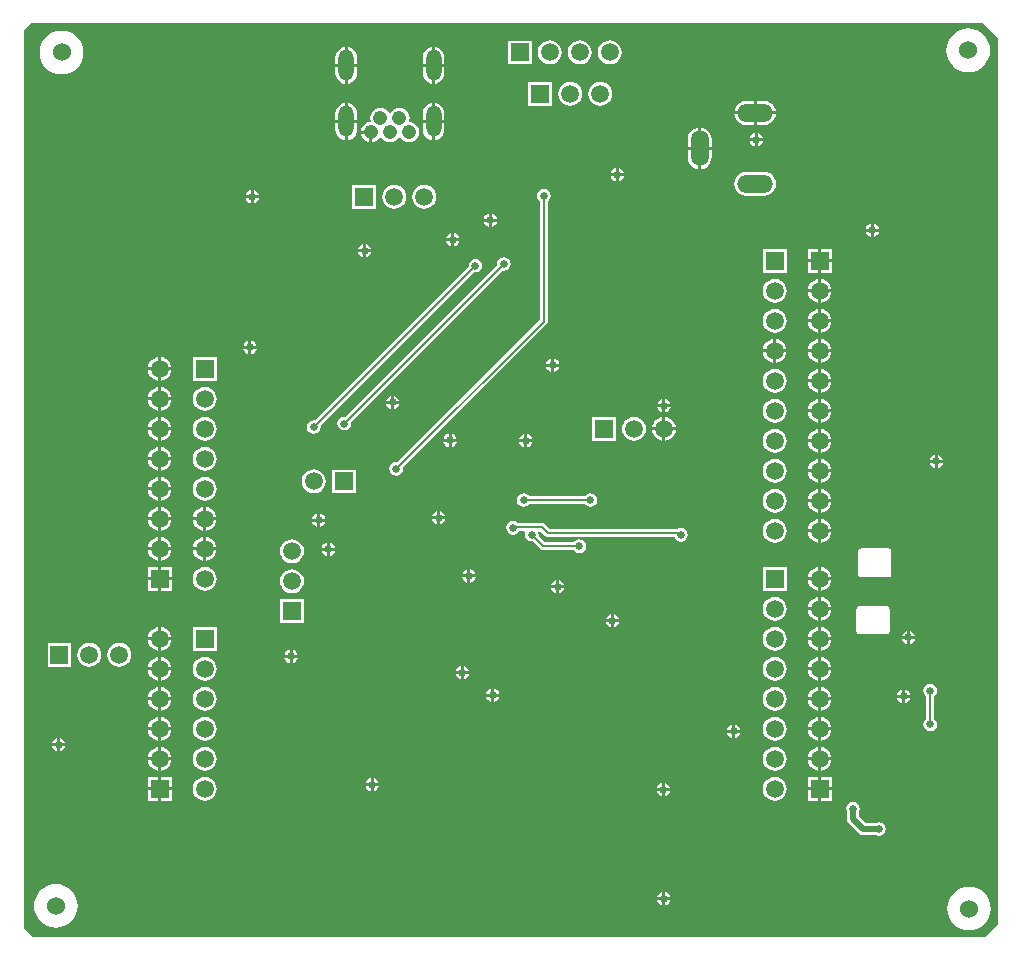
<source format=gbl>
G04 Layer_Physical_Order=2*
G04 Layer_Color=16711680*
%FSLAX25Y25*%
%MOIN*%
G70*
G01*
G75*
%ADD15R,0.05905X0.05905*%
%ADD26R,0.05905X0.05905*%
%ADD27C,0.02000*%
%ADD28C,0.00600*%
%ADD30C,0.05905*%
%ADD31C,0.06000*%
%ADD32C,0.04756*%
%ADD33O,0.05150X0.10299*%
%ADD34O,0.05937X0.11874*%
%ADD35O,0.11874X0.05937*%
%ADD36C,0.02500*%
G36*
X325100Y300400D02*
Y5100D01*
X320600Y600D01*
X3400D01*
X500Y3500D01*
Y303000D01*
X2900Y305400D01*
X320100D01*
X325100Y300400D01*
D02*
G37*
%LPC*%
G36*
X266100Y113921D02*
Y110500D01*
X269521D01*
X269451Y111032D01*
X269053Y111993D01*
X268419Y112819D01*
X267593Y113453D01*
X266632Y113851D01*
X266100Y113921D01*
D02*
G37*
G36*
X265100D02*
X264568Y113851D01*
X263607Y113453D01*
X262781Y112819D01*
X262147Y111993D01*
X261749Y111032D01*
X261679Y110500D01*
X265100D01*
Y113921D01*
D02*
G37*
G36*
X89700Y123187D02*
X88668Y123051D01*
X87707Y122653D01*
X86881Y122019D01*
X86247Y121193D01*
X85849Y120232D01*
X85713Y119200D01*
X85849Y118168D01*
X86247Y117207D01*
X86881Y116381D01*
X87707Y115747D01*
X88668Y115349D01*
X89700Y115213D01*
X90732Y115349D01*
X91693Y115747D01*
X92519Y116381D01*
X93153Y117207D01*
X93551Y118168D01*
X93687Y119200D01*
X93551Y120232D01*
X93153Y121193D01*
X92519Y122019D01*
X91693Y122653D01*
X90732Y123051D01*
X89700Y123187D01*
D02*
G37*
G36*
X180423Y116972D02*
X178728D01*
Y115277D01*
X179106Y115352D01*
X179851Y115849D01*
X180348Y116594D01*
X180423Y116972D01*
D02*
G37*
G36*
X177728D02*
X176034D01*
X176109Y116594D01*
X176606Y115849D01*
X177350Y115352D01*
X177728Y115277D01*
Y116972D01*
D02*
G37*
G36*
X197015Y108280D02*
Y106585D01*
X198710D01*
X198634Y106963D01*
X198137Y107707D01*
X197393Y108204D01*
X197015Y108280D01*
D02*
G37*
G36*
X250600Y113987D02*
X249568Y113851D01*
X248607Y113453D01*
X247781Y112819D01*
X247147Y111993D01*
X246749Y111032D01*
X246613Y110000D01*
X246749Y108968D01*
X247147Y108007D01*
X247781Y107181D01*
X248607Y106547D01*
X249568Y106149D01*
X250600Y106013D01*
X251632Y106149D01*
X252593Y106547D01*
X253419Y107181D01*
X254053Y108007D01*
X254451Y108968D01*
X254587Y110000D01*
X254451Y111032D01*
X254053Y111993D01*
X253419Y112819D01*
X252593Y113453D01*
X251632Y113851D01*
X250600Y113987D01*
D02*
G37*
G36*
X93653Y113153D02*
X85747D01*
Y105247D01*
X93653D01*
Y113153D01*
D02*
G37*
G36*
X265100Y109500D02*
X261679D01*
X261749Y108968D01*
X262147Y108007D01*
X262781Y107181D01*
X263607Y106547D01*
X264568Y106149D01*
X265100Y106079D01*
Y109500D01*
D02*
G37*
G36*
X196015Y108280D02*
X195637Y108204D01*
X194893Y107707D01*
X194396Y106963D01*
X194320Y106585D01*
X196015D01*
Y108280D01*
D02*
G37*
G36*
X269521Y109500D02*
X266100D01*
Y106079D01*
X266632Y106149D01*
X267593Y106547D01*
X268419Y107181D01*
X269053Y108007D01*
X269451Y108968D01*
X269521Y109500D01*
D02*
G37*
G36*
X178728Y119666D02*
Y117972D01*
X180423D01*
X180348Y118350D01*
X179851Y119094D01*
X179106Y119591D01*
X178728Y119666D01*
D02*
G37*
G36*
X177728D02*
X177350Y119591D01*
X176606Y119094D01*
X176109Y118350D01*
X176034Y117972D01*
X177728D01*
Y119666D01*
D02*
G37*
G36*
X148201Y120499D02*
X146506D01*
X146581Y120121D01*
X147079Y119377D01*
X147823Y118880D01*
X148201Y118805D01*
Y120499D01*
D02*
G37*
G36*
X45100Y123953D02*
X41647D01*
Y120500D01*
X45100D01*
Y123953D01*
D02*
G37*
G36*
X150895Y120499D02*
X149201D01*
Y118805D01*
X149579Y118880D01*
X150323Y119377D01*
X150820Y120121D01*
X150895Y120499D01*
D02*
G37*
G36*
X269521Y119500D02*
X266100D01*
Y116079D01*
X266632Y116149D01*
X267593Y116547D01*
X268419Y117181D01*
X269053Y118007D01*
X269451Y118968D01*
X269521Y119500D01*
D02*
G37*
G36*
X45100D02*
X41647D01*
Y116047D01*
X45100D01*
Y119500D01*
D02*
G37*
G36*
X60600Y123987D02*
X59568Y123851D01*
X58607Y123453D01*
X57781Y122819D01*
X57147Y121993D01*
X56749Y121032D01*
X56613Y120000D01*
X56749Y118968D01*
X57147Y118007D01*
X57781Y117181D01*
X58607Y116547D01*
X59568Y116149D01*
X60600Y116013D01*
X61632Y116149D01*
X62593Y116547D01*
X63419Y117181D01*
X64053Y118007D01*
X64451Y118968D01*
X64587Y120000D01*
X64451Y121032D01*
X64053Y121993D01*
X63419Y122819D01*
X62593Y123453D01*
X61632Y123851D01*
X60600Y123987D01*
D02*
G37*
G36*
X49553Y119500D02*
X46100D01*
Y116047D01*
X49553D01*
Y119500D01*
D02*
G37*
G36*
X265100D02*
X261679D01*
X261749Y118968D01*
X262147Y118007D01*
X262781Y117181D01*
X263607Y116547D01*
X264568Y116149D01*
X265100Y116079D01*
Y119500D01*
D02*
G37*
G36*
X254553Y123953D02*
X246647D01*
Y116047D01*
X254553D01*
Y123953D01*
D02*
G37*
G36*
X45100Y99500D02*
X41679D01*
X41749Y98968D01*
X42147Y98007D01*
X42781Y97181D01*
X43607Y96547D01*
X44568Y96149D01*
X45100Y96079D01*
Y99500D01*
D02*
G37*
G36*
X64553Y103953D02*
X56647D01*
Y96047D01*
X64553D01*
Y103953D01*
D02*
G37*
G36*
X265100Y99500D02*
X261679D01*
X261749Y98968D01*
X262147Y98007D01*
X262781Y97181D01*
X263607Y96547D01*
X264568Y96149D01*
X265100Y96079D01*
Y99500D01*
D02*
G37*
G36*
X269521D02*
X266100D01*
Y96079D01*
X266632Y96149D01*
X267593Y96547D01*
X268419Y97181D01*
X269053Y98007D01*
X269451Y98968D01*
X269521Y99500D01*
D02*
G37*
G36*
X49521D02*
X46100D01*
Y96079D01*
X46632Y96149D01*
X47593Y96547D01*
X48419Y97181D01*
X49053Y98007D01*
X49451Y98968D01*
X49521Y99500D01*
D02*
G37*
G36*
X250600Y103987D02*
X249568Y103851D01*
X248607Y103453D01*
X247781Y102819D01*
X247147Y101993D01*
X246749Y101032D01*
X246613Y100000D01*
X246749Y98968D01*
X247147Y98007D01*
X247781Y97181D01*
X248607Y96547D01*
X249568Y96149D01*
X250600Y96013D01*
X251632Y96149D01*
X252593Y96547D01*
X253419Y97181D01*
X254053Y98007D01*
X254451Y98968D01*
X254587Y100000D01*
X254451Y101032D01*
X254053Y101993D01*
X253419Y102819D01*
X252593Y103453D01*
X251632Y103851D01*
X250600Y103987D01*
D02*
G37*
G36*
X88900Y93700D02*
X87205D01*
X87281Y93322D01*
X87778Y92578D01*
X88522Y92081D01*
X88900Y92005D01*
Y93700D01*
D02*
G37*
G36*
X16153Y98653D02*
X8247D01*
Y90747D01*
X16153D01*
Y98653D01*
D02*
G37*
G36*
X91595Y93700D02*
X89900D01*
Y92005D01*
X90278Y92081D01*
X91022Y92578D01*
X91519Y93322D01*
X91595Y93700D01*
D02*
G37*
G36*
X89900Y96395D02*
Y94700D01*
X91595D01*
X91519Y95078D01*
X91022Y95822D01*
X90278Y96319D01*
X89900Y96395D01*
D02*
G37*
G36*
X88900D02*
X88522Y96319D01*
X87778Y95822D01*
X87281Y95078D01*
X87205Y94700D01*
X88900D01*
Y96395D01*
D02*
G37*
G36*
X295693Y102688D02*
Y100993D01*
X297388D01*
X297312Y101371D01*
X296815Y102115D01*
X296071Y102612D01*
X295693Y102688D01*
D02*
G37*
G36*
X294693D02*
X294315Y102612D01*
X293571Y102115D01*
X293074Y101371D01*
X292998Y100993D01*
X294693D01*
Y102688D01*
D02*
G37*
G36*
X287918Y111060D02*
X278863D01*
X278473Y110982D01*
X278142Y110761D01*
X277921Y110430D01*
X277843Y110040D01*
Y102560D01*
X277921Y102170D01*
X278142Y101839D01*
X278473Y101618D01*
X278863Y101540D01*
X287918D01*
X288308Y101618D01*
X288639Y101839D01*
X288860Y102170D01*
X288938Y102560D01*
Y110040D01*
X288860Y110430D01*
X288639Y110761D01*
X288308Y110982D01*
X287918Y111060D01*
D02*
G37*
G36*
X198710Y105585D02*
X197015D01*
Y103890D01*
X197393Y103966D01*
X198137Y104463D01*
X198634Y105207D01*
X198710Y105585D01*
D02*
G37*
G36*
X196015D02*
X194320D01*
X194396Y105207D01*
X194893Y104463D01*
X195637Y103966D01*
X196015Y103890D01*
Y105585D01*
D02*
G37*
G36*
X266100Y103921D02*
Y100500D01*
X269521D01*
X269451Y101032D01*
X269053Y101993D01*
X268419Y102819D01*
X267593Y103453D01*
X266632Y103851D01*
X266100Y103921D01*
D02*
G37*
G36*
X297388Y99993D02*
X295693D01*
Y98298D01*
X296071Y98374D01*
X296815Y98871D01*
X297312Y99615D01*
X297388Y99993D01*
D02*
G37*
G36*
X294693D02*
X292998D01*
X293074Y99615D01*
X293571Y98871D01*
X294315Y98374D01*
X294693Y98298D01*
Y99993D01*
D02*
G37*
G36*
X45100Y103921D02*
X44568Y103851D01*
X43607Y103453D01*
X42781Y102819D01*
X42147Y101993D01*
X41749Y101032D01*
X41679Y100500D01*
X45100D01*
Y103921D01*
D02*
G37*
G36*
X46100D02*
Y100500D01*
X49521D01*
X49451Y101032D01*
X49053Y101993D01*
X48419Y102819D01*
X47593Y103453D01*
X46632Y103851D01*
X46100Y103921D01*
D02*
G37*
G36*
X265100D02*
X264568Y103851D01*
X263607Y103453D01*
X262781Y102819D01*
X262147Y101993D01*
X261749Y101032D01*
X261679Y100500D01*
X265100D01*
Y103921D01*
D02*
G37*
G36*
X98100Y139100D02*
X96405D01*
X96481Y138722D01*
X96978Y137978D01*
X97722Y137480D01*
X98100Y137405D01*
Y139100D01*
D02*
G37*
G36*
X266100Y139921D02*
Y136500D01*
X269521D01*
X269451Y137032D01*
X269053Y137993D01*
X268419Y138819D01*
X267593Y139453D01*
X266632Y139851D01*
X266100Y139921D01*
D02*
G37*
G36*
X100795Y139100D02*
X99100D01*
Y137405D01*
X99478Y137480D01*
X100222Y137978D01*
X100719Y138722D01*
X100795Y139100D01*
D02*
G37*
G36*
X140745Y139950D02*
X139050D01*
Y138255D01*
X139428Y138330D01*
X140173Y138827D01*
X140670Y139572D01*
X140745Y139950D01*
D02*
G37*
G36*
X138050D02*
X136356D01*
X136431Y139572D01*
X136928Y138827D01*
X137672Y138330D01*
X138050Y138255D01*
Y139950D01*
D02*
G37*
G36*
X265100Y139921D02*
X264568Y139851D01*
X263607Y139453D01*
X262781Y138819D01*
X262147Y137993D01*
X261749Y137032D01*
X261679Y136500D01*
X265100D01*
Y139921D01*
D02*
G37*
G36*
X45100Y139500D02*
X41679D01*
X41749Y138968D01*
X42147Y138007D01*
X42781Y137181D01*
X43607Y136547D01*
X44568Y136149D01*
X45100Y136079D01*
Y139500D01*
D02*
G37*
G36*
X163400Y139394D02*
X162522Y139219D01*
X161778Y138722D01*
X161281Y137978D01*
X161106Y137100D01*
X161281Y136222D01*
X161778Y135478D01*
X162522Y134980D01*
X163400Y134806D01*
X164278Y134980D01*
X165022Y135478D01*
X165387Y136024D01*
X167157D01*
X167450Y135524D01*
X167306Y134800D01*
X167481Y133922D01*
X167978Y133178D01*
X168722Y132680D01*
X169600Y132506D01*
X169950Y132576D01*
X172563Y129963D01*
X172993Y129675D01*
X173500Y129575D01*
X183680D01*
X183878Y129278D01*
X184622Y128780D01*
X185500Y128606D01*
X186378Y128780D01*
X187122Y129278D01*
X187619Y130022D01*
X187794Y130900D01*
X187619Y131778D01*
X187122Y132522D01*
X186378Y133019D01*
X185500Y133194D01*
X184622Y133019D01*
X183878Y132522D01*
X183680Y132226D01*
X174049D01*
X171825Y134450D01*
X171894Y134800D01*
X171750Y135524D01*
X172019Y135982D01*
X172509Y136017D01*
X174163Y134363D01*
X174593Y134075D01*
X175100Y133975D01*
X217250D01*
X217281Y133822D01*
X217778Y133078D01*
X218522Y132580D01*
X219400Y132406D01*
X220278Y132580D01*
X221022Y133078D01*
X221519Y133822D01*
X221694Y134700D01*
X221519Y135578D01*
X221022Y136322D01*
X220278Y136820D01*
X219400Y136994D01*
X218522Y136820D01*
X218232Y136626D01*
X175649D01*
X173987Y138287D01*
X173557Y138575D01*
X173050Y138675D01*
X165053D01*
X165022Y138722D01*
X164278Y139219D01*
X163400Y139394D01*
D02*
G37*
G36*
X60100Y139500D02*
X56679D01*
X56749Y138968D01*
X57147Y138007D01*
X57781Y137181D01*
X58607Y136547D01*
X59568Y136149D01*
X60100Y136079D01*
Y139500D01*
D02*
G37*
G36*
X49521D02*
X46100D01*
Y136079D01*
X46632Y136149D01*
X47593Y136547D01*
X48419Y137181D01*
X49053Y138007D01*
X49451Y138968D01*
X49521Y139500D01*
D02*
G37*
G36*
X64521D02*
X61100D01*
Y136079D01*
X61632Y136149D01*
X62593Y136547D01*
X63419Y137181D01*
X64053Y138007D01*
X64451Y138968D01*
X64521Y139500D01*
D02*
G37*
G36*
X139050Y142644D02*
Y140950D01*
X140745D01*
X140670Y141328D01*
X140173Y142072D01*
X139428Y142569D01*
X139050Y142644D01*
D02*
G37*
G36*
X138050D02*
X137672Y142569D01*
X136928Y142072D01*
X136431Y141328D01*
X136356Y140950D01*
X138050D01*
Y142644D01*
D02*
G37*
G36*
X250600Y149987D02*
X249568Y149851D01*
X248607Y149453D01*
X247781Y148819D01*
X247147Y147993D01*
X246749Y147032D01*
X246613Y146000D01*
X246749Y144968D01*
X247147Y144007D01*
X247781Y143181D01*
X248607Y142547D01*
X249568Y142149D01*
X250600Y142013D01*
X251632Y142149D01*
X252593Y142547D01*
X253419Y143181D01*
X254053Y144007D01*
X254451Y144968D01*
X254587Y146000D01*
X254451Y147032D01*
X254053Y147993D01*
X253419Y148819D01*
X252593Y149453D01*
X251632Y149851D01*
X250600Y149987D01*
D02*
G37*
G36*
X269521Y145500D02*
X266100D01*
Y142079D01*
X266632Y142149D01*
X267593Y142547D01*
X268419Y143181D01*
X269053Y144007D01*
X269451Y144968D01*
X269521Y145500D01*
D02*
G37*
G36*
X265100D02*
X261679D01*
X261749Y144968D01*
X262147Y144007D01*
X262781Y143181D01*
X263607Y142547D01*
X264568Y142149D01*
X265100Y142079D01*
Y145500D01*
D02*
G37*
G36*
X46100Y143921D02*
Y140500D01*
X49521D01*
X49451Y141032D01*
X49053Y141993D01*
X48419Y142819D01*
X47593Y143453D01*
X46632Y143851D01*
X46100Y143921D01*
D02*
G37*
G36*
X99100Y141795D02*
Y140100D01*
X100795D01*
X100719Y140478D01*
X100222Y141222D01*
X99478Y141719D01*
X99100Y141795D01*
D02*
G37*
G36*
X98100D02*
X97722Y141719D01*
X96978Y141222D01*
X96481Y140478D01*
X96405Y140100D01*
X98100D01*
Y141795D01*
D02*
G37*
G36*
X45100Y143921D02*
X44568Y143851D01*
X43607Y143453D01*
X42781Y142819D01*
X42147Y141993D01*
X41749Y141032D01*
X41679Y140500D01*
X45100D01*
Y143921D01*
D02*
G37*
G36*
X61100D02*
Y140500D01*
X64521D01*
X64451Y141032D01*
X64053Y141993D01*
X63419Y142819D01*
X62593Y143453D01*
X61632Y143851D01*
X61100Y143921D01*
D02*
G37*
G36*
X60100D02*
X59568Y143851D01*
X58607Y143453D01*
X57781Y142819D01*
X57147Y141993D01*
X56749Y141032D01*
X56679Y140500D01*
X60100D01*
Y143921D01*
D02*
G37*
G36*
X45100Y129500D02*
X41679D01*
X41749Y128968D01*
X42147Y128007D01*
X42781Y127181D01*
X43607Y126547D01*
X44568Y126149D01*
X45100Y126079D01*
Y129500D01*
D02*
G37*
G36*
X89700Y133187D02*
X88668Y133051D01*
X87707Y132653D01*
X86881Y132019D01*
X86247Y131193D01*
X85849Y130232D01*
X85713Y129200D01*
X85849Y128168D01*
X86247Y127207D01*
X86881Y126381D01*
X87707Y125747D01*
X88668Y125349D01*
X89700Y125213D01*
X90732Y125349D01*
X91693Y125747D01*
X92519Y126381D01*
X93153Y127207D01*
X93551Y128168D01*
X93687Y129200D01*
X93551Y130232D01*
X93153Y131193D01*
X92519Y132019D01*
X91693Y132653D01*
X90732Y133051D01*
X89700Y133187D01*
D02*
G37*
G36*
X60100Y129500D02*
X56679D01*
X56749Y128968D01*
X57147Y128007D01*
X57781Y127181D01*
X58607Y126547D01*
X59568Y126149D01*
X60100Y126079D01*
Y129500D01*
D02*
G37*
G36*
X49521D02*
X46100D01*
Y126079D01*
X46632Y126149D01*
X47593Y126547D01*
X48419Y127181D01*
X49053Y128007D01*
X49451Y128968D01*
X49521Y129500D01*
D02*
G37*
G36*
X64521D02*
X61100D01*
Y126079D01*
X61632Y126149D01*
X62593Y126547D01*
X63419Y127181D01*
X64053Y128007D01*
X64451Y128968D01*
X64521Y129500D01*
D02*
G37*
G36*
X149201Y123194D02*
Y121499D01*
X150895D01*
X150820Y121877D01*
X150323Y122621D01*
X149579Y123119D01*
X149201Y123194D01*
D02*
G37*
G36*
X266100Y123921D02*
Y120500D01*
X269521D01*
X269451Y121032D01*
X269053Y121993D01*
X268419Y122819D01*
X267593Y123453D01*
X266632Y123851D01*
X266100Y123921D01*
D02*
G37*
G36*
X265100D02*
X264568Y123851D01*
X263607Y123453D01*
X262781Y122819D01*
X262147Y121993D01*
X261749Y121032D01*
X261679Y120500D01*
X265100D01*
Y123921D01*
D02*
G37*
G36*
X49553Y123953D02*
X46100D01*
Y120500D01*
X49553D01*
Y123953D01*
D02*
G37*
G36*
X148201Y123194D02*
X147823Y123119D01*
X147079Y122621D01*
X146581Y121877D01*
X146506Y121499D01*
X148201D01*
Y123194D01*
D02*
G37*
G36*
X288518Y130167D02*
X279463D01*
X279073Y130089D01*
X278742Y129868D01*
X278521Y129537D01*
X278443Y129147D01*
Y121667D01*
X278521Y121277D01*
X278742Y120946D01*
X279073Y120725D01*
X279463Y120647D01*
X288518D01*
X288908Y120725D01*
X289239Y120946D01*
X289460Y121277D01*
X289538Y121667D01*
Y129147D01*
X289460Y129537D01*
X289239Y129868D01*
X288908Y130089D01*
X288518Y130167D01*
D02*
G37*
G36*
X46100Y133921D02*
Y130500D01*
X49521D01*
X49451Y131032D01*
X49053Y131993D01*
X48419Y132819D01*
X47593Y133453D01*
X46632Y133851D01*
X46100Y133921D01*
D02*
G37*
G36*
X61100D02*
Y130500D01*
X64521D01*
X64451Y131032D01*
X64053Y131993D01*
X63419Y132819D01*
X62593Y133453D01*
X61632Y133851D01*
X61100Y133921D01*
D02*
G37*
G36*
X250600Y139987D02*
X249568Y139851D01*
X248607Y139453D01*
X247781Y138819D01*
X247147Y137993D01*
X246749Y137032D01*
X246613Y136000D01*
X246749Y134968D01*
X247147Y134007D01*
X247781Y133181D01*
X248607Y132547D01*
X249568Y132149D01*
X250600Y132013D01*
X251632Y132149D01*
X252593Y132547D01*
X253419Y133181D01*
X254053Y134007D01*
X254451Y134968D01*
X254587Y136000D01*
X254451Y137032D01*
X254053Y137993D01*
X253419Y138819D01*
X252593Y139453D01*
X251632Y139851D01*
X250600Y139987D01*
D02*
G37*
G36*
X269521Y135500D02*
X266100D01*
Y132079D01*
X266632Y132149D01*
X267593Y132547D01*
X268419Y133181D01*
X269053Y134007D01*
X269451Y134968D01*
X269521Y135500D01*
D02*
G37*
G36*
X265100D02*
X261679D01*
X261749Y134968D01*
X262147Y134007D01*
X262781Y133181D01*
X263607Y132547D01*
X264568Y132149D01*
X265100Y132079D01*
Y135500D01*
D02*
G37*
G36*
X60100Y133921D02*
X59568Y133851D01*
X58607Y133453D01*
X57781Y132819D01*
X57147Y131993D01*
X56749Y131032D01*
X56679Y130500D01*
X60100D01*
Y133921D01*
D02*
G37*
G36*
X103995Y129400D02*
X102300D01*
Y127705D01*
X102678Y127780D01*
X103422Y128278D01*
X103919Y129022D01*
X103995Y129400D01*
D02*
G37*
G36*
X101300D02*
X99605D01*
X99681Y129022D01*
X100178Y128278D01*
X100922Y127780D01*
X101300Y127705D01*
Y129400D01*
D02*
G37*
G36*
Y132095D02*
X100922Y132019D01*
X100178Y131522D01*
X99681Y130778D01*
X99605Y130400D01*
X101300D01*
Y132095D01*
D02*
G37*
G36*
X45100Y133921D02*
X44568Y133851D01*
X43607Y133453D01*
X42781Y132819D01*
X42147Y131993D01*
X41749Y131032D01*
X41679Y130500D01*
X45100D01*
Y133921D01*
D02*
G37*
G36*
X102300Y132095D02*
Y130400D01*
X103995D01*
X103919Y130778D01*
X103422Y131522D01*
X102678Y132019D01*
X102300Y132095D01*
D02*
G37*
G36*
X49521Y59500D02*
X46100D01*
Y56079D01*
X46632Y56149D01*
X47593Y56547D01*
X48419Y57181D01*
X49053Y58007D01*
X49451Y58968D01*
X49521Y59500D01*
D02*
G37*
G36*
X265100D02*
X261679D01*
X261749Y58968D01*
X262147Y58007D01*
X262781Y57181D01*
X263607Y56547D01*
X264568Y56149D01*
X265100Y56079D01*
Y59500D01*
D02*
G37*
G36*
X269521D02*
X266100D01*
Y56079D01*
X266632Y56149D01*
X267593Y56547D01*
X268419Y57181D01*
X269053Y58007D01*
X269451Y58968D01*
X269521Y59500D01*
D02*
G37*
G36*
X265100Y63921D02*
X264568Y63851D01*
X263607Y63453D01*
X262781Y62819D01*
X262147Y61993D01*
X261749Y61032D01*
X261679Y60500D01*
X265100D01*
Y63921D01*
D02*
G37*
G36*
X45100D02*
X44568Y63851D01*
X43607Y63453D01*
X42781Y62819D01*
X42147Y61993D01*
X41749Y61032D01*
X41679Y60500D01*
X45100D01*
Y63921D01*
D02*
G37*
G36*
Y59500D02*
X41679D01*
X41749Y58968D01*
X42147Y58007D01*
X42781Y57181D01*
X43607Y56547D01*
X44568Y56149D01*
X45100Y56079D01*
Y59500D01*
D02*
G37*
G36*
X115913Y53608D02*
X115535Y53533D01*
X114791Y53036D01*
X114294Y52291D01*
X114219Y51913D01*
X115913D01*
Y53608D01*
D02*
G37*
G36*
X269553Y53953D02*
X266100D01*
Y50500D01*
X269553D01*
Y53953D01*
D02*
G37*
G36*
X116913Y53608D02*
Y51913D01*
X118608D01*
X118533Y52291D01*
X118036Y53036D01*
X117291Y53533D01*
X116913Y53608D01*
D02*
G37*
G36*
X250600Y63987D02*
X249568Y63851D01*
X248607Y63453D01*
X247781Y62819D01*
X247147Y61993D01*
X246749Y61032D01*
X246613Y60000D01*
X246749Y58968D01*
X247147Y58007D01*
X247781Y57181D01*
X248607Y56547D01*
X249568Y56149D01*
X250600Y56013D01*
X251632Y56149D01*
X252593Y56547D01*
X253419Y57181D01*
X254053Y58007D01*
X254451Y58968D01*
X254587Y60000D01*
X254451Y61032D01*
X254053Y61993D01*
X253419Y62819D01*
X252593Y63453D01*
X251632Y63851D01*
X250600Y63987D01*
D02*
G37*
G36*
X60600D02*
X59568Y63851D01*
X58607Y63453D01*
X57781Y62819D01*
X57147Y61993D01*
X56749Y61032D01*
X56613Y60000D01*
X56749Y58968D01*
X57147Y58007D01*
X57781Y57181D01*
X58607Y56547D01*
X59568Y56149D01*
X60600Y56013D01*
X61632Y56149D01*
X62593Y56547D01*
X63419Y57181D01*
X64053Y58007D01*
X64451Y58968D01*
X64587Y60000D01*
X64451Y61032D01*
X64053Y61993D01*
X63419Y62819D01*
X62593Y63453D01*
X61632Y63851D01*
X60600Y63987D01*
D02*
G37*
G36*
X250600Y73987D02*
X249568Y73851D01*
X248607Y73453D01*
X247781Y72819D01*
X247147Y71993D01*
X246749Y71032D01*
X246613Y70000D01*
X246749Y68968D01*
X247147Y68007D01*
X247781Y67181D01*
X248607Y66547D01*
X249568Y66149D01*
X250600Y66013D01*
X251632Y66149D01*
X252593Y66547D01*
X253419Y67181D01*
X254053Y68007D01*
X254451Y68968D01*
X254587Y70000D01*
X254451Y71032D01*
X254053Y71993D01*
X253419Y72819D01*
X252593Y73453D01*
X251632Y73851D01*
X250600Y73987D01*
D02*
G37*
G36*
X60600D02*
X59568Y73851D01*
X58607Y73453D01*
X57781Y72819D01*
X57147Y71993D01*
X56749Y71032D01*
X56613Y70000D01*
X56749Y68968D01*
X57147Y68007D01*
X57781Y67181D01*
X58607Y66547D01*
X59568Y66149D01*
X60600Y66013D01*
X61632Y66149D01*
X62593Y66547D01*
X63419Y67181D01*
X64053Y68007D01*
X64451Y68968D01*
X64587Y70000D01*
X64451Y71032D01*
X64053Y71993D01*
X63419Y72819D01*
X62593Y73453D01*
X61632Y73851D01*
X60600Y73987D01*
D02*
G37*
G36*
X45100Y69500D02*
X41679D01*
X41749Y68968D01*
X42147Y68007D01*
X42781Y67181D01*
X43607Y66547D01*
X44568Y66149D01*
X45100Y66079D01*
Y69500D01*
D02*
G37*
G36*
X49521D02*
X46100D01*
Y66079D01*
X46632Y66149D01*
X47593Y66547D01*
X48419Y67181D01*
X49053Y68007D01*
X49451Y68968D01*
X49521Y69500D01*
D02*
G37*
G36*
X265100D02*
X261679D01*
X261749Y68968D01*
X262147Y68007D01*
X262781Y67181D01*
X263607Y66547D01*
X264568Y66149D01*
X265100Y66079D01*
Y69500D01*
D02*
G37*
G36*
X12400Y66995D02*
Y65300D01*
X14095D01*
X14019Y65678D01*
X13522Y66422D01*
X12778Y66919D01*
X12400Y66995D01*
D02*
G37*
G36*
X266100Y63921D02*
Y60500D01*
X269521D01*
X269451Y61032D01*
X269053Y61993D01*
X268419Y62819D01*
X267593Y63453D01*
X266632Y63851D01*
X266100Y63921D01*
D02*
G37*
G36*
X46100D02*
Y60500D01*
X49521D01*
X49451Y61032D01*
X49053Y61993D01*
X48419Y62819D01*
X47593Y63453D01*
X46632Y63851D01*
X46100Y63921D01*
D02*
G37*
G36*
X11400Y64300D02*
X9705D01*
X9781Y63922D01*
X10278Y63178D01*
X11022Y62681D01*
X11400Y62605D01*
Y64300D01*
D02*
G37*
G36*
Y66995D02*
X11022Y66919D01*
X10278Y66422D01*
X9781Y65678D01*
X9705Y65300D01*
X11400D01*
Y66995D01*
D02*
G37*
G36*
X14095Y64300D02*
X12400D01*
Y62605D01*
X12778Y62681D01*
X13522Y63178D01*
X14019Y63922D01*
X14095Y64300D01*
D02*
G37*
G36*
X60600Y53987D02*
X59568Y53851D01*
X58607Y53453D01*
X57781Y52819D01*
X57147Y51993D01*
X56749Y51032D01*
X56613Y50000D01*
X56749Y48968D01*
X57147Y48007D01*
X57781Y47181D01*
X58607Y46547D01*
X59568Y46149D01*
X60600Y46013D01*
X61632Y46149D01*
X62593Y46547D01*
X63419Y47181D01*
X64053Y48007D01*
X64451Y48968D01*
X64587Y50000D01*
X64451Y51032D01*
X64053Y51993D01*
X63419Y52819D01*
X62593Y53453D01*
X61632Y53851D01*
X60600Y53987D01*
D02*
G37*
G36*
X276700Y45694D02*
X275822Y45520D01*
X275078Y45022D01*
X274581Y44278D01*
X274406Y43400D01*
X274581Y42522D01*
X274661Y42402D01*
Y40100D01*
X274816Y39320D01*
X275258Y38658D01*
X278758Y35158D01*
X279420Y34716D01*
X280200Y34561D01*
X284402D01*
X284522Y34481D01*
X285400Y34306D01*
X286278Y34481D01*
X287022Y34978D01*
X287520Y35722D01*
X287694Y36600D01*
X287520Y37478D01*
X287022Y38222D01*
X286278Y38719D01*
X285400Y38894D01*
X284522Y38719D01*
X284402Y38639D01*
X281045D01*
X278739Y40945D01*
Y42402D01*
X278819Y42522D01*
X278994Y43400D01*
X278819Y44278D01*
X278322Y45022D01*
X277578Y45520D01*
X276700Y45694D01*
D02*
G37*
G36*
X250600Y53987D02*
X249568Y53851D01*
X248607Y53453D01*
X247781Y52819D01*
X247147Y51993D01*
X246749Y51032D01*
X246613Y50000D01*
X246749Y48968D01*
X247147Y48007D01*
X247781Y47181D01*
X248607Y46547D01*
X249568Y46149D01*
X250600Y46013D01*
X251632Y46149D01*
X252593Y46547D01*
X253419Y47181D01*
X254053Y48007D01*
X254451Y48968D01*
X254587Y50000D01*
X254451Y51032D01*
X254053Y51993D01*
X253419Y52819D01*
X252593Y53453D01*
X251632Y53851D01*
X250600Y53987D01*
D02*
G37*
G36*
X49553Y49500D02*
X46100D01*
Y46047D01*
X49553D01*
Y49500D01*
D02*
G37*
G36*
X45100D02*
X41647D01*
Y46047D01*
X45100D01*
Y49500D01*
D02*
G37*
G36*
X214100Y15595D02*
Y13900D01*
X215795D01*
X215720Y14278D01*
X215222Y15022D01*
X214478Y15519D01*
X214100Y15595D01*
D02*
G37*
G36*
X11000Y18285D02*
X9579Y18145D01*
X8212Y17730D01*
X6953Y17057D01*
X5849Y16151D01*
X4943Y15047D01*
X4270Y13788D01*
X3855Y12421D01*
X3715Y11000D01*
X3855Y9579D01*
X4270Y8212D01*
X4943Y6953D01*
X5849Y5849D01*
X6953Y4943D01*
X8212Y4270D01*
X9579Y3855D01*
X11000Y3715D01*
X12421Y3855D01*
X13788Y4270D01*
X15047Y4943D01*
X16151Y5849D01*
X17057Y6953D01*
X17730Y8212D01*
X18145Y9579D01*
X18285Y11000D01*
X18145Y12421D01*
X17730Y13788D01*
X17057Y15047D01*
X16151Y16151D01*
X15047Y17057D01*
X13788Y17730D01*
X12421Y18145D01*
X11000Y18285D01*
D02*
G37*
G36*
X315400Y17385D02*
X313979Y17245D01*
X312612Y16830D01*
X311353Y16157D01*
X310249Y15251D01*
X309343Y14147D01*
X308669Y12888D01*
X308255Y11521D01*
X308115Y10100D01*
X308255Y8679D01*
X308669Y7312D01*
X309343Y6053D01*
X310249Y4949D01*
X311353Y4043D01*
X312612Y3370D01*
X313979Y2955D01*
X315400Y2815D01*
X316821Y2955D01*
X318188Y3370D01*
X319447Y4043D01*
X320551Y4949D01*
X321457Y6053D01*
X322130Y7312D01*
X322545Y8679D01*
X322685Y10100D01*
X322545Y11521D01*
X322130Y12888D01*
X321457Y14147D01*
X320551Y15251D01*
X319447Y16157D01*
X318188Y16830D01*
X316821Y17245D01*
X315400Y17385D01*
D02*
G37*
G36*
X213100Y12900D02*
X211405D01*
X211480Y12522D01*
X211978Y11778D01*
X212722Y11281D01*
X213100Y11205D01*
Y12900D01*
D02*
G37*
G36*
Y15595D02*
X212722Y15519D01*
X211978Y15022D01*
X211480Y14278D01*
X211405Y13900D01*
X213100D01*
Y15595D01*
D02*
G37*
G36*
X215795Y12900D02*
X214100D01*
Y11205D01*
X214478Y11281D01*
X215222Y11778D01*
X215720Y12522D01*
X215795Y12900D01*
D02*
G37*
G36*
X214000Y51995D02*
Y50300D01*
X215695D01*
X215619Y50678D01*
X215122Y51422D01*
X214378Y51919D01*
X214000Y51995D01*
D02*
G37*
G36*
X213000D02*
X212622Y51919D01*
X211878Y51422D01*
X211381Y50678D01*
X211305Y50300D01*
X213000D01*
Y51995D01*
D02*
G37*
G36*
X45100Y53953D02*
X41647D01*
Y50500D01*
X45100D01*
Y53953D01*
D02*
G37*
G36*
X49553D02*
X46100D01*
Y50500D01*
X49553D01*
Y53953D01*
D02*
G37*
G36*
X265100D02*
X261647D01*
Y50500D01*
X265100D01*
Y53953D01*
D02*
G37*
G36*
X118608Y50913D02*
X116913D01*
Y49219D01*
X117291Y49294D01*
X118036Y49791D01*
X118533Y50536D01*
X118608Y50913D01*
D02*
G37*
G36*
X269553Y49500D02*
X266100D01*
Y46047D01*
X269553D01*
Y49500D01*
D02*
G37*
G36*
X265100D02*
X261647D01*
Y46047D01*
X265100D01*
Y49500D01*
D02*
G37*
G36*
X213000Y49300D02*
X211305D01*
X211381Y48922D01*
X211878Y48178D01*
X212622Y47681D01*
X213000Y47605D01*
Y49300D01*
D02*
G37*
G36*
X115913Y50913D02*
X114219D01*
X114294Y50536D01*
X114791Y49791D01*
X115535Y49294D01*
X115913Y49219D01*
Y50913D01*
D02*
G37*
G36*
X215695Y49300D02*
X214000D01*
Y47605D01*
X214378Y47681D01*
X215122Y48178D01*
X215619Y48922D01*
X215695Y49300D01*
D02*
G37*
G36*
X250600Y93987D02*
X249568Y93851D01*
X248607Y93453D01*
X247781Y92819D01*
X247147Y91993D01*
X246749Y91032D01*
X246613Y90000D01*
X246749Y88968D01*
X247147Y88007D01*
X247781Y87181D01*
X248607Y86547D01*
X249568Y86149D01*
X250600Y86013D01*
X251632Y86149D01*
X252593Y86547D01*
X253419Y87181D01*
X254053Y88007D01*
X254451Y88968D01*
X254587Y90000D01*
X254451Y91032D01*
X254053Y91993D01*
X253419Y92819D01*
X252593Y93453D01*
X251632Y93851D01*
X250600Y93987D01*
D02*
G37*
G36*
X60600D02*
X59568Y93851D01*
X58607Y93453D01*
X57781Y92819D01*
X57147Y91993D01*
X56749Y91032D01*
X56613Y90000D01*
X56749Y88968D01*
X57147Y88007D01*
X57781Y87181D01*
X58607Y86547D01*
X59568Y86149D01*
X60600Y86013D01*
X61632Y86149D01*
X62593Y86547D01*
X63419Y87181D01*
X64053Y88007D01*
X64451Y88968D01*
X64587Y90000D01*
X64451Y91032D01*
X64053Y91993D01*
X63419Y92819D01*
X62593Y93453D01*
X61632Y93851D01*
X60600Y93987D01*
D02*
G37*
G36*
X45100Y89500D02*
X41679D01*
X41749Y88968D01*
X42147Y88007D01*
X42781Y87181D01*
X43607Y86547D01*
X44568Y86149D01*
X45100Y86079D01*
Y89500D01*
D02*
G37*
G36*
X49521D02*
X46100D01*
Y86079D01*
X46632Y86149D01*
X47593Y86547D01*
X48419Y87181D01*
X49053Y88007D01*
X49451Y88968D01*
X49521Y89500D01*
D02*
G37*
G36*
X265100D02*
X261679D01*
X261749Y88968D01*
X262147Y88007D01*
X262781Y87181D01*
X263607Y86547D01*
X264568Y86149D01*
X265100Y86079D01*
Y89500D01*
D02*
G37*
G36*
X157100Y83495D02*
Y81800D01*
X158795D01*
X158720Y82178D01*
X158222Y82922D01*
X157478Y83419D01*
X157100Y83495D01*
D02*
G37*
G36*
X46100Y83921D02*
Y80500D01*
X49521D01*
X49451Y81032D01*
X49053Y81993D01*
X48419Y82819D01*
X47593Y83453D01*
X46632Y83851D01*
X46100Y83921D01*
D02*
G37*
G36*
X266100D02*
Y80500D01*
X269521D01*
X269451Y81032D01*
X269053Y81993D01*
X268419Y82819D01*
X267593Y83453D01*
X266632Y83851D01*
X266100Y83921D01*
D02*
G37*
G36*
X293099Y83095D02*
X292721Y83020D01*
X291977Y82523D01*
X291480Y81779D01*
X291405Y81401D01*
X293099D01*
Y83095D01*
D02*
G37*
G36*
X156100Y83495D02*
X155722Y83419D01*
X154978Y82922D01*
X154481Y82178D01*
X154405Y81800D01*
X156100D01*
Y83495D01*
D02*
G37*
G36*
X294099Y83095D02*
Y81401D01*
X295794D01*
X295719Y81779D01*
X295221Y82523D01*
X294477Y83020D01*
X294099Y83095D01*
D02*
G37*
G36*
X46100Y93921D02*
Y90500D01*
X49521D01*
X49451Y91032D01*
X49053Y91993D01*
X48419Y92819D01*
X47593Y93453D01*
X46632Y93851D01*
X46100Y93921D01*
D02*
G37*
G36*
X265100D02*
X264568Y93851D01*
X263607Y93453D01*
X262781Y92819D01*
X262147Y91993D01*
X261749Y91032D01*
X261679Y90500D01*
X265100D01*
Y93921D01*
D02*
G37*
G36*
X266100D02*
Y90500D01*
X269521D01*
X269451Y91032D01*
X269053Y91993D01*
X268419Y92819D01*
X267593Y93453D01*
X266632Y93851D01*
X266100Y93921D01*
D02*
G37*
G36*
X32200Y98687D02*
X31168Y98551D01*
X30207Y98153D01*
X29381Y97519D01*
X28747Y96693D01*
X28349Y95732D01*
X28213Y94700D01*
X28349Y93668D01*
X28747Y92707D01*
X29381Y91881D01*
X30207Y91247D01*
X31168Y90849D01*
X32200Y90713D01*
X33232Y90849D01*
X34193Y91247D01*
X35019Y91881D01*
X35653Y92707D01*
X36051Y93668D01*
X36187Y94700D01*
X36051Y95732D01*
X35653Y96693D01*
X35019Y97519D01*
X34193Y98153D01*
X33232Y98551D01*
X32200Y98687D01*
D02*
G37*
G36*
X22200D02*
X21168Y98551D01*
X20207Y98153D01*
X19381Y97519D01*
X18747Y96693D01*
X18349Y95732D01*
X18213Y94700D01*
X18349Y93668D01*
X18747Y92707D01*
X19381Y91881D01*
X20207Y91247D01*
X21168Y90849D01*
X22200Y90713D01*
X23232Y90849D01*
X24193Y91247D01*
X25019Y91881D01*
X25653Y92707D01*
X26051Y93668D01*
X26187Y94700D01*
X26051Y95732D01*
X25653Y96693D01*
X25019Y97519D01*
X24193Y98153D01*
X23232Y98551D01*
X22200Y98687D01*
D02*
G37*
G36*
X45100Y93921D02*
X44568Y93851D01*
X43607Y93453D01*
X42781Y92819D01*
X42147Y91993D01*
X41749Y91032D01*
X41679Y90500D01*
X45100D01*
Y93921D01*
D02*
G37*
G36*
X146000Y88300D02*
X144305D01*
X144380Y87922D01*
X144878Y87178D01*
X145622Y86681D01*
X146000Y86605D01*
Y88300D01*
D02*
G37*
G36*
X269521Y89500D02*
X266100D01*
Y86079D01*
X266632Y86149D01*
X267593Y86547D01*
X268419Y87181D01*
X269053Y88007D01*
X269451Y88968D01*
X269521Y89500D01*
D02*
G37*
G36*
X148695Y88300D02*
X147000D01*
Y86605D01*
X147378Y86681D01*
X148122Y87178D01*
X148619Y87922D01*
X148695Y88300D01*
D02*
G37*
G36*
X147000Y90995D02*
Y89300D01*
X148695D01*
X148619Y89678D01*
X148122Y90422D01*
X147378Y90919D01*
X147000Y90995D01*
D02*
G37*
G36*
X146000D02*
X145622Y90919D01*
X144878Y90422D01*
X144380Y89678D01*
X144305Y89300D01*
X146000D01*
Y90995D01*
D02*
G37*
G36*
X265100Y73921D02*
X264568Y73851D01*
X263607Y73453D01*
X262781Y72819D01*
X262147Y71993D01*
X261749Y71032D01*
X261679Y70500D01*
X265100D01*
Y73921D01*
D02*
G37*
G36*
X45100D02*
X44568Y73851D01*
X43607Y73453D01*
X42781Y72819D01*
X42147Y71993D01*
X41749Y71032D01*
X41679Y70500D01*
X45100D01*
Y73921D01*
D02*
G37*
G36*
X46100D02*
Y70500D01*
X49521D01*
X49451Y71032D01*
X49053Y71993D01*
X48419Y72819D01*
X47593Y73453D01*
X46632Y73851D01*
X46100Y73921D01*
D02*
G37*
G36*
X60600Y83987D02*
X59568Y83851D01*
X58607Y83453D01*
X57781Y82819D01*
X57147Y81993D01*
X56749Y81032D01*
X56613Y80000D01*
X56749Y78968D01*
X57147Y78007D01*
X57781Y77181D01*
X58607Y76547D01*
X59568Y76149D01*
X60600Y76013D01*
X61632Y76149D01*
X62593Y76547D01*
X63419Y77181D01*
X64053Y78007D01*
X64451Y78968D01*
X64587Y80000D01*
X64451Y81032D01*
X64053Y81993D01*
X63419Y82819D01*
X62593Y83453D01*
X61632Y83851D01*
X60600Y83987D01*
D02*
G37*
G36*
X266100Y73921D02*
Y70500D01*
X269521D01*
X269451Y71032D01*
X269053Y71993D01*
X268419Y72819D01*
X267593Y73453D01*
X266632Y73851D01*
X266100Y73921D01*
D02*
G37*
G36*
X237410Y71405D02*
Y69710D01*
X239105D01*
X239030Y70088D01*
X238532Y70832D01*
X237788Y71330D01*
X237410Y71405D01*
D02*
G37*
G36*
X236410Y68710D02*
X234716D01*
X234791Y68332D01*
X235288Y67588D01*
X236032Y67091D01*
X236410Y67016D01*
Y68710D01*
D02*
G37*
G36*
X269521Y69500D02*
X266100D01*
Y66079D01*
X266632Y66149D01*
X267593Y66547D01*
X268419Y67181D01*
X269053Y68007D01*
X269451Y68968D01*
X269521Y69500D01*
D02*
G37*
G36*
X239105Y68710D02*
X237410D01*
Y67016D01*
X237788Y67091D01*
X238532Y67588D01*
X239030Y68332D01*
X239105Y68710D01*
D02*
G37*
G36*
X236410Y71405D02*
X236032Y71330D01*
X235288Y70832D01*
X234791Y70088D01*
X234716Y69710D01*
X236410D01*
Y71405D01*
D02*
G37*
G36*
X302500Y85094D02*
X301622Y84919D01*
X300878Y84422D01*
X300380Y83678D01*
X300206Y82800D01*
X300380Y81922D01*
X300878Y81178D01*
X301174Y80980D01*
Y73320D01*
X300878Y73122D01*
X300380Y72378D01*
X300206Y71500D01*
X300380Y70622D01*
X300878Y69878D01*
X301622Y69381D01*
X302500Y69206D01*
X303378Y69381D01*
X304122Y69878D01*
X304620Y70622D01*
X304794Y71500D01*
X304620Y72378D01*
X304122Y73122D01*
X303825Y73320D01*
Y80980D01*
X304122Y81178D01*
X304620Y81922D01*
X304794Y82800D01*
X304620Y83678D01*
X304122Y84422D01*
X303378Y84919D01*
X302500Y85094D01*
D02*
G37*
G36*
X156100Y80800D02*
X154405D01*
X154481Y80422D01*
X154978Y79678D01*
X155722Y79181D01*
X156100Y79105D01*
Y80800D01*
D02*
G37*
G36*
X295794Y80401D02*
X294099D01*
Y78706D01*
X294477Y78781D01*
X295221Y79279D01*
X295719Y80023D01*
X295794Y80401D01*
D02*
G37*
G36*
X158795Y80800D02*
X157100D01*
Y79105D01*
X157478Y79181D01*
X158222Y79678D01*
X158720Y80422D01*
X158795Y80800D01*
D02*
G37*
G36*
X45100Y83921D02*
X44568Y83851D01*
X43607Y83453D01*
X42781Y82819D01*
X42147Y81993D01*
X41749Y81032D01*
X41679Y80500D01*
X45100D01*
Y83921D01*
D02*
G37*
G36*
X265100D02*
X264568Y83851D01*
X263607Y83453D01*
X262781Y82819D01*
X262147Y81993D01*
X261749Y81032D01*
X261679Y80500D01*
X265100D01*
Y83921D01*
D02*
G37*
G36*
X293099Y80401D02*
X291405D01*
X291480Y80023D01*
X291977Y79279D01*
X292721Y78781D01*
X293099Y78706D01*
Y80401D01*
D02*
G37*
G36*
X45100Y79500D02*
X41679D01*
X41749Y78968D01*
X42147Y78007D01*
X42781Y77181D01*
X43607Y76547D01*
X44568Y76149D01*
X45100Y76079D01*
Y79500D01*
D02*
G37*
G36*
X250600Y83987D02*
X249568Y83851D01*
X248607Y83453D01*
X247781Y82819D01*
X247147Y81993D01*
X246749Y81032D01*
X246613Y80000D01*
X246749Y78968D01*
X247147Y78007D01*
X247781Y77181D01*
X248607Y76547D01*
X249568Y76149D01*
X250600Y76013D01*
X251632Y76149D01*
X252593Y76547D01*
X253419Y77181D01*
X254053Y78007D01*
X254451Y78968D01*
X254587Y80000D01*
X254451Y81032D01*
X254053Y81993D01*
X253419Y82819D01*
X252593Y83453D01*
X251632Y83851D01*
X250600Y83987D01*
D02*
G37*
G36*
X265100Y79500D02*
X261679D01*
X261749Y78968D01*
X262147Y78007D01*
X262781Y77181D01*
X263607Y76547D01*
X264568Y76149D01*
X265100Y76079D01*
Y79500D01*
D02*
G37*
G36*
X269521D02*
X266100D01*
Y76079D01*
X266632Y76149D01*
X267593Y76547D01*
X268419Y77181D01*
X269053Y78007D01*
X269451Y78968D01*
X269521Y79500D01*
D02*
G37*
G36*
X49521D02*
X46100D01*
Y76079D01*
X46632Y76149D01*
X47593Y76547D01*
X48419Y77181D01*
X49053Y78007D01*
X49451Y78968D01*
X49521Y79500D01*
D02*
G37*
G36*
X282600Y235800D02*
X280905D01*
X280980Y235422D01*
X281478Y234678D01*
X282222Y234180D01*
X282600Y234105D01*
Y235800D01*
D02*
G37*
G36*
X143790Y235284D02*
Y233590D01*
X145484D01*
X145409Y233968D01*
X144912Y234712D01*
X144168Y235209D01*
X143790Y235284D01*
D02*
G37*
G36*
X285295Y235800D02*
X283600D01*
Y234105D01*
X283978Y234180D01*
X284722Y234678D01*
X285220Y235422D01*
X285295Y235800D01*
D02*
G37*
G36*
X283600Y238495D02*
Y236800D01*
X285295D01*
X285220Y237178D01*
X284722Y237922D01*
X283978Y238420D01*
X283600Y238495D01*
D02*
G37*
G36*
X282600D02*
X282222Y238420D01*
X281478Y237922D01*
X280980Y237178D01*
X280905Y236800D01*
X282600D01*
Y238495D01*
D02*
G37*
G36*
X142790Y235284D02*
X142412Y235209D01*
X141668Y234712D01*
X141170Y233968D01*
X141095Y233590D01*
X142790D01*
Y235284D01*
D02*
G37*
G36*
X113415Y231610D02*
X113037Y231535D01*
X112293Y231037D01*
X111796Y230293D01*
X111720Y229915D01*
X113415D01*
Y231610D01*
D02*
G37*
G36*
X116110Y228915D02*
X114415D01*
Y227220D01*
X114793Y227296D01*
X115537Y227793D01*
X116034Y228537D01*
X116110Y228915D01*
D02*
G37*
G36*
X114415Y231610D02*
Y229915D01*
X116110D01*
X116034Y230293D01*
X115537Y231037D01*
X114793Y231535D01*
X114415Y231610D01*
D02*
G37*
G36*
X145484Y232590D02*
X143790D01*
Y230895D01*
X144168Y230970D01*
X144912Y231468D01*
X145409Y232212D01*
X145484Y232590D01*
D02*
G37*
G36*
X142790D02*
X141095D01*
X141170Y232212D01*
X141668Y231468D01*
X142412Y230970D01*
X142790Y230895D01*
Y232590D01*
D02*
G37*
G36*
X76000Y246900D02*
X74305D01*
X74381Y246522D01*
X74878Y245778D01*
X75622Y245281D01*
X76000Y245205D01*
Y246900D01*
D02*
G37*
G36*
X117753Y251353D02*
X109847D01*
Y243447D01*
X117753D01*
Y251353D01*
D02*
G37*
G36*
X78695Y246900D02*
X77000D01*
Y245205D01*
X77378Y245281D01*
X78122Y245778D01*
X78619Y246522D01*
X78695Y246900D01*
D02*
G37*
G36*
X76000Y249595D02*
X75622Y249519D01*
X74878Y249022D01*
X74381Y248278D01*
X74305Y247900D01*
X76000D01*
Y249595D01*
D02*
G37*
G36*
X247069Y255712D02*
X241131D01*
X240095Y255576D01*
X239130Y255176D01*
X238301Y254540D01*
X237665Y253711D01*
X237265Y252745D01*
X237129Y251709D01*
X237265Y250673D01*
X237665Y249708D01*
X238301Y248879D01*
X239130Y248243D01*
X240095Y247843D01*
X241131Y247707D01*
X247069D01*
X248105Y247843D01*
X249070Y248243D01*
X249899Y248879D01*
X250535Y249708D01*
X250935Y250673D01*
X251071Y251709D01*
X250935Y252745D01*
X250535Y253711D01*
X249899Y254540D01*
X249070Y255176D01*
X248105Y255576D01*
X247069Y255712D01*
D02*
G37*
G36*
X133800Y251387D02*
X132768Y251251D01*
X131807Y250853D01*
X130981Y250219D01*
X130347Y249393D01*
X129949Y248432D01*
X129813Y247400D01*
X129949Y246368D01*
X130347Y245407D01*
X130981Y244581D01*
X131807Y243947D01*
X132768Y243549D01*
X133800Y243413D01*
X134832Y243549D01*
X135793Y243947D01*
X136619Y244581D01*
X137253Y245407D01*
X137651Y246368D01*
X137787Y247400D01*
X137651Y248432D01*
X137253Y249393D01*
X136619Y250219D01*
X135793Y250853D01*
X134832Y251251D01*
X133800Y251387D01*
D02*
G37*
G36*
X157995Y239100D02*
X156300D01*
Y237405D01*
X156678Y237480D01*
X157422Y237978D01*
X157920Y238722D01*
X157995Y239100D01*
D02*
G37*
G36*
X155300D02*
X153605D01*
X153681Y238722D01*
X154178Y237978D01*
X154922Y237480D01*
X155300Y237405D01*
Y239100D01*
D02*
G37*
G36*
Y241795D02*
X154922Y241720D01*
X154178Y241222D01*
X153681Y240478D01*
X153605Y240100D01*
X155300D01*
Y241795D01*
D02*
G37*
G36*
X123800Y251387D02*
X122768Y251251D01*
X121807Y250853D01*
X120981Y250219D01*
X120347Y249393D01*
X119949Y248432D01*
X119813Y247400D01*
X119949Y246368D01*
X120347Y245407D01*
X120981Y244581D01*
X121807Y243947D01*
X122768Y243549D01*
X123800Y243413D01*
X124832Y243549D01*
X125793Y243947D01*
X126619Y244581D01*
X127253Y245407D01*
X127651Y246368D01*
X127787Y247400D01*
X127651Y248432D01*
X127253Y249393D01*
X126619Y250219D01*
X125793Y250853D01*
X124832Y251251D01*
X123800Y251387D01*
D02*
G37*
G36*
X156300Y241795D02*
Y240100D01*
X157995D01*
X157920Y240478D01*
X157422Y241222D01*
X156678Y241720D01*
X156300Y241795D01*
D02*
G37*
G36*
X265100Y209921D02*
X264568Y209851D01*
X263607Y209453D01*
X262781Y208819D01*
X262147Y207993D01*
X261749Y207032D01*
X261679Y206500D01*
X265100D01*
Y209921D01*
D02*
G37*
G36*
X269521Y205500D02*
X266100D01*
Y202079D01*
X266632Y202149D01*
X267593Y202547D01*
X268419Y203181D01*
X269053Y204007D01*
X269451Y204968D01*
X269521Y205500D01*
D02*
G37*
G36*
X266100Y209921D02*
Y206500D01*
X269521D01*
X269451Y207032D01*
X269053Y207993D01*
X268419Y208819D01*
X267593Y209453D01*
X266632Y209851D01*
X266100Y209921D01*
D02*
G37*
G36*
X265100Y215500D02*
X261679D01*
X261749Y214968D01*
X262147Y214007D01*
X262781Y213181D01*
X263607Y212547D01*
X264568Y212149D01*
X265100Y212079D01*
Y215500D01*
D02*
G37*
G36*
X250600Y219987D02*
X249568Y219851D01*
X248607Y219453D01*
X247781Y218819D01*
X247147Y217993D01*
X246749Y217032D01*
X246613Y216000D01*
X246749Y214968D01*
X247147Y214007D01*
X247781Y213181D01*
X248607Y212547D01*
X249568Y212149D01*
X250600Y212013D01*
X251632Y212149D01*
X252593Y212547D01*
X253419Y213181D01*
X254053Y214007D01*
X254451Y214968D01*
X254587Y216000D01*
X254451Y217032D01*
X254053Y217993D01*
X253419Y218819D01*
X252593Y219453D01*
X251632Y219851D01*
X250600Y219987D01*
D02*
G37*
G36*
X265100Y205500D02*
X261679D01*
X261749Y204968D01*
X262147Y204007D01*
X262781Y203181D01*
X263607Y202547D01*
X264568Y202149D01*
X265100Y202079D01*
Y205500D01*
D02*
G37*
G36*
X266100Y199921D02*
Y196500D01*
X269521D01*
X269451Y197032D01*
X269053Y197993D01*
X268419Y198819D01*
X267593Y199453D01*
X266632Y199851D01*
X266100Y199921D01*
D02*
G37*
G36*
X251100D02*
Y196500D01*
X254521D01*
X254451Y197032D01*
X254053Y197993D01*
X253419Y198819D01*
X252593Y199453D01*
X251632Y199851D01*
X251100Y199921D01*
D02*
G37*
G36*
X75200Y199395D02*
X74822Y199320D01*
X74078Y198822D01*
X73581Y198078D01*
X73505Y197700D01*
X75200D01*
Y199395D01*
D02*
G37*
G36*
X250600Y209987D02*
X249568Y209851D01*
X248607Y209453D01*
X247781Y208819D01*
X247147Y207993D01*
X246749Y207032D01*
X246613Y206000D01*
X246749Y204968D01*
X247147Y204007D01*
X247781Y203181D01*
X248607Y202547D01*
X249568Y202149D01*
X250600Y202013D01*
X251632Y202149D01*
X252593Y202547D01*
X253419Y203181D01*
X254053Y204007D01*
X254451Y204968D01*
X254587Y206000D01*
X254451Y207032D01*
X254053Y207993D01*
X253419Y208819D01*
X252593Y209453D01*
X251632Y209851D01*
X250600Y209987D01*
D02*
G37*
G36*
X76200Y199395D02*
Y197700D01*
X77895D01*
X77819Y198078D01*
X77322Y198822D01*
X76578Y199320D01*
X76200Y199395D01*
D02*
G37*
G36*
X160324Y227319D02*
X159447Y227144D01*
X158702Y226647D01*
X158205Y225902D01*
X158030Y225024D01*
X158100Y224674D01*
X107450Y174024D01*
X107100Y174094D01*
X106222Y173919D01*
X105478Y173422D01*
X104981Y172678D01*
X104806Y171800D01*
X104981Y170922D01*
X105478Y170178D01*
X106222Y169681D01*
X107100Y169506D01*
X107978Y169681D01*
X108722Y170178D01*
X109220Y170922D01*
X109394Y171800D01*
X109325Y172150D01*
X159974Y222800D01*
X160324Y222730D01*
X161202Y222905D01*
X161947Y223402D01*
X162444Y224147D01*
X162619Y225024D01*
X162444Y225902D01*
X161947Y226647D01*
X161202Y227144D01*
X160324Y227319D01*
D02*
G37*
G36*
X150876Y226770D02*
X149998Y226595D01*
X149253Y226098D01*
X148756Y225354D01*
X148582Y224476D01*
X148651Y224126D01*
X97350Y172825D01*
X97000Y172894D01*
X96122Y172720D01*
X95378Y172222D01*
X94881Y171478D01*
X94706Y170600D01*
X94881Y169722D01*
X95378Y168978D01*
X96122Y168481D01*
X97000Y168306D01*
X97878Y168481D01*
X98622Y168978D01*
X99119Y169722D01*
X99294Y170600D01*
X99225Y170950D01*
X150526Y222251D01*
X150876Y222182D01*
X151753Y222356D01*
X152498Y222853D01*
X152995Y223598D01*
X153170Y224476D01*
X152995Y225354D01*
X152498Y226098D01*
X151753Y226595D01*
X150876Y226770D01*
D02*
G37*
G36*
X265100Y229953D02*
X261647D01*
Y226500D01*
X265100D01*
Y229953D01*
D02*
G37*
G36*
X113415Y228915D02*
X111720D01*
X111796Y228537D01*
X112293Y227793D01*
X113037Y227296D01*
X113415Y227220D01*
Y228915D01*
D02*
G37*
G36*
X269553Y229953D02*
X266100D01*
Y226500D01*
X269553D01*
Y229953D01*
D02*
G37*
G36*
Y225500D02*
X266100D01*
Y222047D01*
X269553D01*
Y225500D01*
D02*
G37*
G36*
X265100Y219921D02*
X264568Y219851D01*
X263607Y219453D01*
X262781Y218819D01*
X262147Y217993D01*
X261749Y217032D01*
X261679Y216500D01*
X265100D01*
Y219921D01*
D02*
G37*
G36*
X269521Y215500D02*
X266100D01*
Y212079D01*
X266632Y212149D01*
X267593Y212547D01*
X268419Y213181D01*
X269053Y214007D01*
X269451Y214968D01*
X269521Y215500D01*
D02*
G37*
G36*
X266100Y219921D02*
Y216500D01*
X269521D01*
X269451Y217032D01*
X269053Y217993D01*
X268419Y218819D01*
X267593Y219453D01*
X266632Y219851D01*
X266100Y219921D01*
D02*
G37*
G36*
X265100Y225500D02*
X261647D01*
Y222047D01*
X265100D01*
Y225500D01*
D02*
G37*
G36*
X254553Y229953D02*
X246647D01*
Y222047D01*
X254553D01*
Y229953D01*
D02*
G37*
G36*
X176453Y285653D02*
X168547D01*
Y277747D01*
X176453D01*
Y285653D01*
D02*
G37*
G36*
X192500Y285687D02*
X191468Y285551D01*
X190507Y285153D01*
X189681Y284519D01*
X189047Y283693D01*
X188649Y282732D01*
X188513Y281700D01*
X188649Y280668D01*
X189047Y279707D01*
X189681Y278881D01*
X190507Y278247D01*
X191468Y277849D01*
X192500Y277713D01*
X193532Y277849D01*
X194493Y278247D01*
X195319Y278881D01*
X195953Y279707D01*
X196351Y280668D01*
X196487Y281700D01*
X196351Y282732D01*
X195953Y283693D01*
X195319Y284519D01*
X194493Y285153D01*
X193532Y285551D01*
X192500Y285687D01*
D02*
G37*
G36*
X107266Y290700D02*
X104160D01*
Y288625D01*
X104283Y287692D01*
X104644Y286822D01*
X105217Y286076D01*
X105963Y285503D01*
X106833Y285142D01*
X107266Y285085D01*
Y290700D01*
D02*
G37*
G36*
X111372D02*
X108266D01*
Y285085D01*
X108699Y285142D01*
X109569Y285503D01*
X110316Y286076D01*
X110889Y286822D01*
X111249Y287692D01*
X111372Y288625D01*
Y290700D01*
D02*
G37*
G36*
X136400D02*
X133294D01*
Y288625D01*
X133417Y287692D01*
X133777Y286822D01*
X134350Y286076D01*
X135097Y285503D01*
X135967Y285142D01*
X136400Y285085D01*
Y290700D01*
D02*
G37*
G36*
X182500Y285687D02*
X181468Y285551D01*
X180507Y285153D01*
X179681Y284519D01*
X179047Y283693D01*
X178649Y282732D01*
X178513Y281700D01*
X178649Y280668D01*
X179047Y279707D01*
X179681Y278881D01*
X180507Y278247D01*
X181468Y277849D01*
X182500Y277713D01*
X183532Y277849D01*
X184493Y278247D01*
X185319Y278881D01*
X185953Y279707D01*
X186351Y280668D01*
X186487Y281700D01*
X186351Y282732D01*
X185953Y283693D01*
X185319Y284519D01*
X184493Y285153D01*
X183532Y285551D01*
X182500Y285687D01*
D02*
G37*
G36*
X137400Y278614D02*
Y272999D01*
X140506D01*
Y275074D01*
X140383Y276007D01*
X140023Y276877D01*
X139450Y277624D01*
X138703Y278197D01*
X137833Y278557D01*
X137400Y278614D01*
D02*
G37*
G36*
X108266D02*
Y272999D01*
X111372D01*
Y275074D01*
X111249Y276007D01*
X110889Y276877D01*
X110316Y277624D01*
X109569Y278197D01*
X108699Y278557D01*
X108266Y278614D01*
D02*
G37*
G36*
X125483Y277087D02*
X124601Y276971D01*
X123779Y276631D01*
X123074Y276090D01*
X122625Y275505D01*
X122448Y275462D01*
X122218D01*
X122041Y275505D01*
X121593Y276090D01*
X120887Y276631D01*
X120065Y276971D01*
X119184Y277087D01*
X118302Y276971D01*
X117480Y276631D01*
X116774Y276090D01*
X116233Y275384D01*
X115893Y274562D01*
X115777Y273680D01*
X115893Y272799D01*
X115558Y272300D01*
X115152Y272247D01*
X114330Y271907D01*
X113625Y271365D01*
X113083Y270659D01*
X112743Y269838D01*
X112693Y269456D01*
X116034D01*
Y268956D01*
X116534D01*
Y265615D01*
X116916Y265665D01*
X117738Y266005D01*
X118443Y266547D01*
X118892Y267131D01*
X119069Y267175D01*
X119299D01*
X119476Y267131D01*
X119924Y266547D01*
X120630Y266005D01*
X121451Y265665D01*
X122333Y265549D01*
X123215Y265665D01*
X124037Y266005D01*
X124742Y266547D01*
X125191Y267131D01*
X125368Y267175D01*
X125598D01*
X125775Y267131D01*
X126223Y266547D01*
X126929Y266005D01*
X127751Y265665D01*
X128632Y265549D01*
X129514Y265665D01*
X130336Y266005D01*
X131042Y266547D01*
X131583Y267252D01*
X131923Y268074D01*
X132039Y268956D01*
X131923Y269838D01*
X131583Y270659D01*
X131042Y271365D01*
X130336Y271907D01*
X129514Y272247D01*
X129109Y272300D01*
X128774Y272799D01*
X128890Y273680D01*
X128774Y274562D01*
X128433Y275384D01*
X127892Y276090D01*
X127186Y276631D01*
X126365Y276971D01*
X125483Y277087D01*
D02*
G37*
G36*
X247069Y279334D02*
X244600D01*
Y275832D01*
X251005D01*
X250935Y276368D01*
X250535Y277333D01*
X249899Y278162D01*
X249070Y278798D01*
X248105Y279198D01*
X247069Y279334D01*
D02*
G37*
G36*
X243600D02*
X241131D01*
X240095Y279198D01*
X239130Y278798D01*
X238301Y278162D01*
X237665Y277333D01*
X237265Y276368D01*
X237195Y275832D01*
X243600D01*
Y279334D01*
D02*
G37*
G36*
X107266Y297315D02*
X106833Y297258D01*
X105963Y296897D01*
X105217Y296324D01*
X104644Y295578D01*
X104283Y294708D01*
X104160Y293775D01*
Y291700D01*
X107266D01*
Y297315D01*
D02*
G37*
G36*
X169553Y299453D02*
X161647D01*
Y291547D01*
X169553D01*
Y299453D01*
D02*
G37*
G36*
X136400Y297315D02*
X135967Y297258D01*
X135097Y296897D01*
X134350Y296324D01*
X133777Y295578D01*
X133417Y294708D01*
X133294Y293775D01*
Y291700D01*
X136400D01*
Y297315D01*
D02*
G37*
G36*
X137400D02*
Y291700D01*
X140506D01*
Y293775D01*
X140383Y294708D01*
X140023Y295578D01*
X139450Y296324D01*
X138703Y296897D01*
X137833Y297258D01*
X137400Y297315D01*
D02*
G37*
G36*
X108266D02*
Y291700D01*
X111372D01*
Y293775D01*
X111249Y294708D01*
X110889Y295578D01*
X110316Y296324D01*
X109569Y296897D01*
X108699Y297258D01*
X108266Y297315D01*
D02*
G37*
G36*
X195600Y299487D02*
X194568Y299351D01*
X193607Y298953D01*
X192781Y298319D01*
X192147Y297493D01*
X191749Y296532D01*
X191613Y295500D01*
X191749Y294468D01*
X192147Y293507D01*
X192781Y292681D01*
X193607Y292047D01*
X194568Y291649D01*
X195600Y291513D01*
X196632Y291649D01*
X197593Y292047D01*
X198419Y292681D01*
X199053Y293507D01*
X199451Y294468D01*
X199587Y295500D01*
X199451Y296532D01*
X199053Y297493D01*
X198419Y298319D01*
X197593Y298953D01*
X196632Y299351D01*
X195600Y299487D01*
D02*
G37*
G36*
X12900Y302785D02*
X11479Y302645D01*
X10112Y302231D01*
X8853Y301557D01*
X7749Y300651D01*
X6843Y299547D01*
X6169Y298288D01*
X5755Y296921D01*
X5615Y295500D01*
X5755Y294079D01*
X6169Y292712D01*
X6843Y291453D01*
X7749Y290349D01*
X8853Y289443D01*
X10112Y288770D01*
X11479Y288355D01*
X12900Y288215D01*
X14321Y288355D01*
X15688Y288770D01*
X16947Y289443D01*
X18051Y290349D01*
X18957Y291453D01*
X19631Y292712D01*
X20045Y294079D01*
X20185Y295500D01*
X20045Y296921D01*
X19631Y298288D01*
X18957Y299547D01*
X18051Y300651D01*
X16947Y301557D01*
X15688Y302231D01*
X14321Y302645D01*
X12900Y302785D01*
D02*
G37*
G36*
X140506Y290700D02*
X137400D01*
Y285085D01*
X137833Y285142D01*
X138703Y285503D01*
X139450Y286076D01*
X140023Y286822D01*
X140383Y287692D01*
X140506Y288625D01*
Y290700D01*
D02*
G37*
G36*
X315100Y303485D02*
X313679Y303345D01*
X312312Y302930D01*
X311053Y302257D01*
X309949Y301351D01*
X309043Y300247D01*
X308369Y298988D01*
X307955Y297621D01*
X307815Y296200D01*
X307955Y294779D01*
X308369Y293412D01*
X309043Y292153D01*
X309949Y291049D01*
X311053Y290143D01*
X312312Y289470D01*
X313679Y289055D01*
X315100Y288915D01*
X316521Y289055D01*
X317888Y289470D01*
X319147Y290143D01*
X320251Y291049D01*
X321157Y292153D01*
X321831Y293412D01*
X322245Y294779D01*
X322385Y296200D01*
X322245Y297621D01*
X321831Y298988D01*
X321157Y300247D01*
X320251Y301351D01*
X319147Y302257D01*
X317888Y302930D01*
X316521Y303345D01*
X315100Y303485D01*
D02*
G37*
G36*
X185600Y299487D02*
X184568Y299351D01*
X183607Y298953D01*
X182781Y298319D01*
X182147Y297493D01*
X181749Y296532D01*
X181613Y295500D01*
X181749Y294468D01*
X182147Y293507D01*
X182781Y292681D01*
X183607Y292047D01*
X184568Y291649D01*
X185600Y291513D01*
X186632Y291649D01*
X187593Y292047D01*
X188419Y292681D01*
X189053Y293507D01*
X189451Y294468D01*
X189587Y295500D01*
X189451Y296532D01*
X189053Y297493D01*
X188419Y298319D01*
X187593Y298953D01*
X186632Y299351D01*
X185600Y299487D01*
D02*
G37*
G36*
X175600D02*
X174568Y299351D01*
X173607Y298953D01*
X172781Y298319D01*
X172147Y297493D01*
X171749Y296532D01*
X171613Y295500D01*
X171749Y294468D01*
X172147Y293507D01*
X172781Y292681D01*
X173607Y292047D01*
X174568Y291649D01*
X175600Y291513D01*
X176632Y291649D01*
X177593Y292047D01*
X178419Y292681D01*
X179053Y293507D01*
X179451Y294468D01*
X179587Y295500D01*
X179451Y296532D01*
X179053Y297493D01*
X178419Y298319D01*
X177593Y298953D01*
X176632Y299351D01*
X175600Y299487D01*
D02*
G37*
G36*
X225096Y270426D02*
X224560Y270355D01*
X223595Y269955D01*
X222766Y269319D01*
X222130Y268490D01*
X221730Y267525D01*
X221593Y266489D01*
Y264020D01*
X225096D01*
Y270426D01*
D02*
G37*
G36*
X229599Y263020D02*
X226096D01*
Y256615D01*
X226632Y256685D01*
X227597Y257085D01*
X228426Y257721D01*
X229063Y258551D01*
X229462Y259516D01*
X229599Y260552D01*
Y263020D01*
D02*
G37*
G36*
X226096Y270426D02*
Y264020D01*
X229599D01*
Y266489D01*
X229462Y267525D01*
X229063Y268490D01*
X228426Y269319D01*
X227597Y269955D01*
X226632Y270355D01*
X226096Y270426D01*
D02*
G37*
G36*
X246695Y265900D02*
X245000D01*
Y264205D01*
X245378Y264281D01*
X246122Y264778D01*
X246620Y265522D01*
X246695Y265900D01*
D02*
G37*
G36*
X244000D02*
X242305D01*
X242380Y265522D01*
X242878Y264778D01*
X243622Y264281D01*
X244000Y264205D01*
Y265900D01*
D02*
G37*
G36*
X225096Y263020D02*
X221593D01*
Y260552D01*
X221730Y259516D01*
X222130Y258551D01*
X222766Y257721D01*
X223595Y257085D01*
X224560Y256685D01*
X225096Y256615D01*
Y263020D01*
D02*
G37*
G36*
X197600Y254200D02*
X195905D01*
X195981Y253822D01*
X196478Y253078D01*
X197222Y252580D01*
X197600Y252505D01*
Y254200D01*
D02*
G37*
G36*
X77000Y249595D02*
Y247900D01*
X78695D01*
X78619Y248278D01*
X78122Y249022D01*
X77378Y249519D01*
X77000Y249595D01*
D02*
G37*
G36*
X200295Y254200D02*
X198600D01*
Y252505D01*
X198978Y252580D01*
X199722Y253078D01*
X200219Y253822D01*
X200295Y254200D01*
D02*
G37*
G36*
X198600Y256895D02*
Y255200D01*
X200295D01*
X200219Y255578D01*
X199722Y256322D01*
X198978Y256820D01*
X198600Y256895D01*
D02*
G37*
G36*
X197600D02*
X197222Y256820D01*
X196478Y256322D01*
X195981Y255578D01*
X195905Y255200D01*
X197600D01*
Y256895D01*
D02*
G37*
G36*
X243600Y274832D02*
X237195D01*
X237265Y274296D01*
X237665Y273330D01*
X238301Y272501D01*
X239130Y271865D01*
X240095Y271465D01*
X241131Y271329D01*
X243600D01*
Y274832D01*
D02*
G37*
G36*
X245000Y268595D02*
Y266900D01*
X246695D01*
X246620Y267278D01*
X246122Y268022D01*
X245378Y268519D01*
X245000Y268595D01*
D02*
G37*
G36*
X251005Y274832D02*
X244600D01*
Y271329D01*
X247069D01*
X248105Y271465D01*
X249070Y271865D01*
X249899Y272501D01*
X250535Y273330D01*
X250935Y274296D01*
X251005Y274832D01*
D02*
G37*
G36*
X136400Y278614D02*
X135967Y278557D01*
X135097Y278197D01*
X134350Y277624D01*
X133777Y276877D01*
X133417Y276007D01*
X133294Y275074D01*
Y272999D01*
X136400D01*
Y278614D01*
D02*
G37*
G36*
X107266D02*
X106833Y278557D01*
X105963Y278197D01*
X105217Y277624D01*
X104644Y276877D01*
X104283Y276007D01*
X104160Y275074D01*
Y272999D01*
X107266D01*
Y278614D01*
D02*
G37*
G36*
X244000Y268595D02*
X243622Y268519D01*
X242878Y268022D01*
X242380Y267278D01*
X242305Y266900D01*
X244000D01*
Y268595D01*
D02*
G37*
G36*
X107266Y271999D02*
X104160D01*
Y269924D01*
X104283Y268991D01*
X104644Y268122D01*
X105217Y267375D01*
X105963Y266802D01*
X106833Y266442D01*
X107266Y266385D01*
Y271999D01*
D02*
G37*
G36*
X115534Y268456D02*
X112693D01*
X112743Y268074D01*
X113083Y267252D01*
X113625Y266547D01*
X114330Y266005D01*
X115152Y265665D01*
X115534Y265615D01*
Y268456D01*
D02*
G37*
G36*
X136400Y271999D02*
X133294D01*
Y269924D01*
X133417Y268991D01*
X133777Y268122D01*
X134350Y267375D01*
X135097Y266802D01*
X135967Y266442D01*
X136400Y266385D01*
Y271999D01*
D02*
G37*
G36*
X140506D02*
X137400D01*
Y266385D01*
X137833Y266442D01*
X138703Y266802D01*
X139450Y267375D01*
X140023Y268122D01*
X140383Y268991D01*
X140506Y269924D01*
Y271999D01*
D02*
G37*
G36*
X111372D02*
X108266D01*
Y266385D01*
X108699Y266442D01*
X109569Y266802D01*
X110316Y267375D01*
X110889Y268122D01*
X111249Y268991D01*
X111372Y269924D01*
Y271999D01*
D02*
G37*
G36*
X265100Y199921D02*
X264568Y199851D01*
X263607Y199453D01*
X262781Y198819D01*
X262147Y197993D01*
X261749Y197032D01*
X261679Y196500D01*
X265100D01*
Y199921D01*
D02*
G37*
G36*
X169793Y165598D02*
X168098D01*
Y163904D01*
X168476Y163979D01*
X169221Y164476D01*
X169718Y165220D01*
X169793Y165598D01*
D02*
G37*
G36*
X167098D02*
X165404D01*
X165479Y165220D01*
X165976Y164476D01*
X166720Y163979D01*
X167098Y163904D01*
Y165598D01*
D02*
G37*
G36*
X141902Y165698D02*
X140207D01*
X140282Y165321D01*
X140779Y164576D01*
X141524Y164079D01*
X141902Y164004D01*
Y165698D01*
D02*
G37*
G36*
X60600Y173987D02*
X59568Y173851D01*
X58607Y173453D01*
X57781Y172819D01*
X57147Y171993D01*
X56749Y171032D01*
X56613Y170000D01*
X56749Y168968D01*
X57147Y168007D01*
X57781Y167181D01*
X58607Y166547D01*
X59568Y166149D01*
X60600Y166013D01*
X61632Y166149D01*
X62593Y166547D01*
X63419Y167181D01*
X64053Y168007D01*
X64451Y168968D01*
X64587Y170000D01*
X64451Y171032D01*
X64053Y171993D01*
X63419Y172819D01*
X62593Y173453D01*
X61632Y173851D01*
X60600Y173987D01*
D02*
G37*
G36*
X144596Y165698D02*
X142902D01*
Y164004D01*
X143280Y164079D01*
X144024Y164576D01*
X144521Y165321D01*
X144596Y165698D01*
D02*
G37*
G36*
X269521Y165500D02*
X266100D01*
Y162079D01*
X266632Y162149D01*
X267593Y162547D01*
X268419Y163181D01*
X269053Y164007D01*
X269451Y164968D01*
X269521Y165500D01*
D02*
G37*
G36*
X45100Y163921D02*
X44568Y163851D01*
X43607Y163453D01*
X42781Y162819D01*
X42147Y161993D01*
X41749Y161032D01*
X41679Y160500D01*
X45100D01*
Y163921D01*
D02*
G37*
G36*
X304943Y161351D02*
Y159657D01*
X306638D01*
X306563Y160035D01*
X306066Y160779D01*
X305321Y161276D01*
X304943Y161351D01*
D02*
G37*
G36*
X46100Y163921D02*
Y160500D01*
X49521D01*
X49451Y161032D01*
X49053Y161993D01*
X48419Y162819D01*
X47593Y163453D01*
X46632Y163851D01*
X46100Y163921D01*
D02*
G37*
G36*
X265100Y165500D02*
X261679D01*
X261749Y164968D01*
X262147Y164007D01*
X262781Y163181D01*
X263607Y162547D01*
X264568Y162149D01*
X265100Y162079D01*
Y165500D01*
D02*
G37*
G36*
X250600Y169987D02*
X249568Y169851D01*
X248607Y169453D01*
X247781Y168819D01*
X247147Y167993D01*
X246749Y167032D01*
X246613Y166000D01*
X246749Y164968D01*
X247147Y164007D01*
X247781Y163181D01*
X248607Y162547D01*
X249568Y162149D01*
X250600Y162013D01*
X251632Y162149D01*
X252593Y162547D01*
X253419Y163181D01*
X254053Y164007D01*
X254451Y164968D01*
X254587Y166000D01*
X254451Y167032D01*
X254053Y167993D01*
X253419Y168819D01*
X252593Y169453D01*
X251632Y169851D01*
X250600Y169987D01*
D02*
G37*
G36*
X266100Y169921D02*
Y166500D01*
X269521D01*
X269451Y167032D01*
X269053Y167993D01*
X268419Y168819D01*
X267593Y169453D01*
X266632Y169851D01*
X266100Y169921D01*
D02*
G37*
G36*
X265100D02*
X264568Y169851D01*
X263607Y169453D01*
X262781Y168819D01*
X262147Y167993D01*
X261749Y167032D01*
X261679Y166500D01*
X265100D01*
Y169921D01*
D02*
G37*
G36*
X167098Y168293D02*
X166720Y168218D01*
X165976Y167721D01*
X165479Y166976D01*
X165404Y166598D01*
X167098D01*
Y168293D01*
D02*
G37*
G36*
X141902Y168393D02*
X141524Y168318D01*
X140779Y167821D01*
X140282Y167076D01*
X140207Y166698D01*
X141902D01*
Y168393D01*
D02*
G37*
G36*
X168098Y168293D02*
Y166598D01*
X169793D01*
X169718Y166976D01*
X169221Y167721D01*
X168476Y168218D01*
X168098Y168293D01*
D02*
G37*
G36*
X49521Y169500D02*
X46100D01*
Y166079D01*
X46632Y166149D01*
X47593Y166547D01*
X48419Y167181D01*
X49053Y168007D01*
X49451Y168968D01*
X49521Y169500D01*
D02*
G37*
G36*
X197653Y173953D02*
X189747D01*
Y166047D01*
X197653D01*
Y173953D01*
D02*
G37*
G36*
X203700Y173987D02*
X202668Y173851D01*
X201707Y173453D01*
X200881Y172819D01*
X200247Y171993D01*
X199849Y171032D01*
X199713Y170000D01*
X199849Y168968D01*
X200247Y168007D01*
X200881Y167181D01*
X201707Y166547D01*
X202668Y166149D01*
X203700Y166013D01*
X204732Y166149D01*
X205693Y166547D01*
X206519Y167181D01*
X207153Y168007D01*
X207551Y168968D01*
X207687Y170000D01*
X207551Y171032D01*
X207153Y171993D01*
X206519Y172819D01*
X205693Y173453D01*
X204732Y173851D01*
X203700Y173987D01*
D02*
G37*
G36*
X45100Y169500D02*
X41679D01*
X41749Y168968D01*
X42147Y168007D01*
X42781Y167181D01*
X43607Y166547D01*
X44568Y166149D01*
X45100Y166079D01*
Y169500D01*
D02*
G37*
G36*
X217621D02*
X214200D01*
Y166079D01*
X214732Y166149D01*
X215693Y166547D01*
X216519Y167181D01*
X217153Y168007D01*
X217551Y168968D01*
X217621Y169500D01*
D02*
G37*
G36*
X213200D02*
X209779D01*
X209849Y168968D01*
X210247Y168007D01*
X210881Y167181D01*
X211707Y166547D01*
X212668Y166149D01*
X213200Y166079D01*
Y169500D01*
D02*
G37*
G36*
X110953Y156453D02*
X103047D01*
Y148547D01*
X110953D01*
Y156453D01*
D02*
G37*
G36*
X97000Y156487D02*
X95968Y156351D01*
X95007Y155953D01*
X94181Y155319D01*
X93547Y154493D01*
X93149Y153532D01*
X93013Y152500D01*
X93149Y151468D01*
X93547Y150507D01*
X94181Y149681D01*
X95007Y149047D01*
X95968Y148649D01*
X97000Y148513D01*
X98032Y148649D01*
X98993Y149047D01*
X99819Y149681D01*
X100453Y150507D01*
X100851Y151468D01*
X100987Y152500D01*
X100851Y153532D01*
X100453Y154493D01*
X99819Y155319D01*
X98993Y155953D01*
X98032Y156351D01*
X97000Y156487D01*
D02*
G37*
G36*
X45100Y153921D02*
X44568Y153851D01*
X43607Y153453D01*
X42781Y152819D01*
X42147Y151993D01*
X41749Y151032D01*
X41679Y150500D01*
X45100D01*
Y153921D01*
D02*
G37*
G36*
X250600Y159987D02*
X249568Y159851D01*
X248607Y159453D01*
X247781Y158819D01*
X247147Y157993D01*
X246749Y157032D01*
X246613Y156000D01*
X246749Y154968D01*
X247147Y154007D01*
X247781Y153181D01*
X248607Y152547D01*
X249568Y152149D01*
X250600Y152013D01*
X251632Y152149D01*
X252593Y152547D01*
X253419Y153181D01*
X254053Y154007D01*
X254451Y154968D01*
X254587Y156000D01*
X254451Y157032D01*
X254053Y157993D01*
X253419Y158819D01*
X252593Y159453D01*
X251632Y159851D01*
X250600Y159987D01*
D02*
G37*
G36*
X46100Y153921D02*
Y150500D01*
X49521D01*
X49451Y151032D01*
X49053Y151993D01*
X48419Y152819D01*
X47593Y153453D01*
X46632Y153851D01*
X46100Y153921D01*
D02*
G37*
G36*
X189198Y148592D02*
X188321Y148418D01*
X187576Y147921D01*
X187378Y147624D01*
X168822D01*
X168624Y147921D01*
X167879Y148418D01*
X167002Y148592D01*
X166124Y148418D01*
X165379Y147921D01*
X164882Y147176D01*
X164708Y146298D01*
X164882Y145421D01*
X165379Y144676D01*
X166124Y144179D01*
X167002Y144004D01*
X167879Y144179D01*
X168624Y144676D01*
X168822Y144973D01*
X187378D01*
X187576Y144676D01*
X188321Y144179D01*
X189198Y144004D01*
X190076Y144179D01*
X190821Y144676D01*
X191318Y145421D01*
X191492Y146298D01*
X191318Y147176D01*
X190821Y147921D01*
X190076Y148418D01*
X189198Y148592D01*
D02*
G37*
G36*
X45100Y149500D02*
X41679D01*
X41749Y148968D01*
X42147Y148007D01*
X42781Y147181D01*
X43607Y146547D01*
X44568Y146149D01*
X45100Y146079D01*
Y149500D01*
D02*
G37*
G36*
X60600Y153987D02*
X59568Y153851D01*
X58607Y153453D01*
X57781Y152819D01*
X57147Y151993D01*
X56749Y151032D01*
X56613Y150000D01*
X56749Y148968D01*
X57147Y148007D01*
X57781Y147181D01*
X58607Y146547D01*
X59568Y146149D01*
X60600Y146013D01*
X61632Y146149D01*
X62593Y146547D01*
X63419Y147181D01*
X64053Y148007D01*
X64451Y148968D01*
X64587Y150000D01*
X64451Y151032D01*
X64053Y151993D01*
X63419Y152819D01*
X62593Y153453D01*
X61632Y153851D01*
X60600Y153987D01*
D02*
G37*
G36*
X49521Y149500D02*
X46100D01*
Y146079D01*
X46632Y146149D01*
X47593Y146547D01*
X48419Y147181D01*
X49053Y148007D01*
X49451Y148968D01*
X49521Y149500D01*
D02*
G37*
G36*
X266100Y149921D02*
Y146500D01*
X269521D01*
X269451Y147032D01*
X269053Y147993D01*
X268419Y148819D01*
X267593Y149453D01*
X266632Y149851D01*
X266100Y149921D01*
D02*
G37*
G36*
X265100D02*
X264568Y149851D01*
X263607Y149453D01*
X262781Y148819D01*
X262147Y147993D01*
X261749Y147032D01*
X261679Y146500D01*
X265100D01*
Y149921D01*
D02*
G37*
G36*
X303943Y158657D02*
X302249D01*
X302324Y158279D01*
X302821Y157534D01*
X303566Y157037D01*
X303943Y156962D01*
Y158657D01*
D02*
G37*
G36*
X266100Y159921D02*
Y156500D01*
X269521D01*
X269451Y157032D01*
X269053Y157993D01*
X268419Y158819D01*
X267593Y159453D01*
X266632Y159851D01*
X266100Y159921D01*
D02*
G37*
G36*
X306638Y158657D02*
X304943D01*
Y156962D01*
X305321Y157037D01*
X306066Y157534D01*
X306563Y158279D01*
X306638Y158657D01*
D02*
G37*
G36*
X303943Y161351D02*
X303566Y161276D01*
X302821Y160779D01*
X302324Y160035D01*
X302249Y159657D01*
X303943D01*
Y161351D01*
D02*
G37*
G36*
X173600Y249994D02*
X172722Y249819D01*
X171978Y249322D01*
X171481Y248578D01*
X171306Y247700D01*
X171481Y246822D01*
X171978Y246078D01*
X172274Y245880D01*
Y206349D01*
X124850Y158924D01*
X124500Y158994D01*
X123622Y158819D01*
X122878Y158322D01*
X122380Y157578D01*
X122206Y156700D01*
X122380Y155822D01*
X122878Y155078D01*
X123622Y154580D01*
X124500Y154406D01*
X125378Y154580D01*
X126122Y155078D01*
X126620Y155822D01*
X126794Y156700D01*
X126725Y157050D01*
X174537Y204863D01*
X174825Y205293D01*
X174925Y205800D01*
Y245880D01*
X175222Y246078D01*
X175719Y246822D01*
X175894Y247700D01*
X175719Y248578D01*
X175222Y249322D01*
X174478Y249819D01*
X173600Y249994D01*
D02*
G37*
G36*
X265100Y159921D02*
X264568Y159851D01*
X263607Y159453D01*
X262781Y158819D01*
X262147Y157993D01*
X261749Y157032D01*
X261679Y156500D01*
X265100D01*
Y159921D01*
D02*
G37*
G36*
X269521Y155500D02*
X266100D01*
Y152079D01*
X266632Y152149D01*
X267593Y152547D01*
X268419Y153181D01*
X269053Y154007D01*
X269451Y154968D01*
X269521Y155500D01*
D02*
G37*
G36*
X265100D02*
X261679D01*
X261749Y154968D01*
X262147Y154007D01*
X262781Y153181D01*
X263607Y152547D01*
X264568Y152149D01*
X265100Y152079D01*
Y155500D01*
D02*
G37*
G36*
X60600Y163987D02*
X59568Y163851D01*
X58607Y163453D01*
X57781Y162819D01*
X57147Y161993D01*
X56749Y161032D01*
X56613Y160000D01*
X56749Y158968D01*
X57147Y158007D01*
X57781Y157181D01*
X58607Y156547D01*
X59568Y156149D01*
X60600Y156013D01*
X61632Y156149D01*
X62593Y156547D01*
X63419Y157181D01*
X64053Y158007D01*
X64451Y158968D01*
X64587Y160000D01*
X64451Y161032D01*
X64053Y161993D01*
X63419Y162819D01*
X62593Y163453D01*
X61632Y163851D01*
X60600Y163987D01*
D02*
G37*
G36*
X49521Y159500D02*
X46100D01*
Y156079D01*
X46632Y156149D01*
X47593Y156547D01*
X48419Y157181D01*
X49053Y158007D01*
X49451Y158968D01*
X49521Y159500D01*
D02*
G37*
G36*
X45100D02*
X41679D01*
X41749Y158968D01*
X42147Y158007D01*
X42781Y157181D01*
X43607Y156547D01*
X44568Y156149D01*
X45100Y156079D01*
Y159500D01*
D02*
G37*
G36*
X265100Y189921D02*
X264568Y189851D01*
X263607Y189453D01*
X262781Y188819D01*
X262147Y187993D01*
X261749Y187032D01*
X261679Y186500D01*
X265100D01*
Y189921D01*
D02*
G37*
G36*
X49521Y189500D02*
X46100D01*
Y186079D01*
X46632Y186149D01*
X47593Y186547D01*
X48419Y187181D01*
X49053Y188007D01*
X49451Y188968D01*
X49521Y189500D01*
D02*
G37*
G36*
X266100Y189921D02*
Y186500D01*
X269521D01*
X269451Y187032D01*
X269053Y187993D01*
X268419Y188819D01*
X267593Y189453D01*
X266632Y189851D01*
X266100Y189921D01*
D02*
G37*
G36*
X178795Y190800D02*
X177100D01*
Y189105D01*
X177478Y189181D01*
X178222Y189678D01*
X178719Y190422D01*
X178795Y190800D01*
D02*
G37*
G36*
X176100D02*
X174405D01*
X174480Y190422D01*
X174978Y189678D01*
X175722Y189181D01*
X176100Y189105D01*
Y190800D01*
D02*
G37*
G36*
X45100Y189500D02*
X41679D01*
X41749Y188968D01*
X42147Y188007D01*
X42781Y187181D01*
X43607Y186547D01*
X44568Y186149D01*
X45100Y186079D01*
Y189500D01*
D02*
G37*
G36*
X250600Y189987D02*
X249568Y189851D01*
X248607Y189453D01*
X247781Y188819D01*
X247147Y187993D01*
X246749Y187032D01*
X246613Y186000D01*
X246749Y184968D01*
X247147Y184007D01*
X247781Y183181D01*
X248607Y182547D01*
X249568Y182149D01*
X250600Y182013D01*
X251632Y182149D01*
X252593Y182547D01*
X253419Y183181D01*
X254053Y184007D01*
X254451Y184968D01*
X254587Y186000D01*
X254451Y187032D01*
X254053Y187993D01*
X253419Y188819D01*
X252593Y189453D01*
X251632Y189851D01*
X250600Y189987D01*
D02*
G37*
G36*
X46100Y183921D02*
Y180500D01*
X49521D01*
X49451Y181032D01*
X49053Y181993D01*
X48419Y182819D01*
X47593Y183453D01*
X46632Y183851D01*
X46100Y183921D01*
D02*
G37*
G36*
X265100Y185500D02*
X261679D01*
X261749Y184968D01*
X262147Y184007D01*
X262781Y183181D01*
X263607Y182547D01*
X264568Y182149D01*
X265100Y182079D01*
Y185500D01*
D02*
G37*
G36*
X64553Y193953D02*
X56647D01*
Y186047D01*
X64553D01*
Y193953D01*
D02*
G37*
G36*
X269521Y185500D02*
X266100D01*
Y182079D01*
X266632Y182149D01*
X267593Y182547D01*
X268419Y183181D01*
X269053Y184007D01*
X269451Y184968D01*
X269521Y185500D01*
D02*
G37*
G36*
Y195500D02*
X266100D01*
Y192079D01*
X266632Y192149D01*
X267593Y192547D01*
X268419Y193181D01*
X269053Y194007D01*
X269451Y194968D01*
X269521Y195500D01*
D02*
G37*
G36*
X254521D02*
X251100D01*
Y192079D01*
X251632Y192149D01*
X252593Y192547D01*
X253419Y193181D01*
X254053Y194007D01*
X254451Y194968D01*
X254521Y195500D01*
D02*
G37*
G36*
X75200Y196700D02*
X73505D01*
X73581Y196322D01*
X74078Y195578D01*
X74822Y195080D01*
X75200Y195005D01*
Y196700D01*
D02*
G37*
G36*
X250100Y199921D02*
X249568Y199851D01*
X248607Y199453D01*
X247781Y198819D01*
X247147Y197993D01*
X246749Y197032D01*
X246679Y196500D01*
X250100D01*
Y199921D01*
D02*
G37*
G36*
X77895Y196700D02*
X76200D01*
Y195005D01*
X76578Y195080D01*
X77322Y195578D01*
X77819Y196322D01*
X77895Y196700D01*
D02*
G37*
G36*
X265100Y195500D02*
X261679D01*
X261749Y194968D01*
X262147Y194007D01*
X262781Y193181D01*
X263607Y192547D01*
X264568Y192149D01*
X265100Y192079D01*
Y195500D01*
D02*
G37*
G36*
X46100Y193921D02*
Y190500D01*
X49521D01*
X49451Y191032D01*
X49053Y191993D01*
X48419Y192819D01*
X47593Y193453D01*
X46632Y193851D01*
X46100Y193921D01*
D02*
G37*
G36*
X45100D02*
X44568Y193851D01*
X43607Y193453D01*
X42781Y192819D01*
X42147Y191993D01*
X41749Y191032D01*
X41679Y190500D01*
X45100D01*
Y193921D01*
D02*
G37*
G36*
X176100Y193495D02*
X175722Y193420D01*
X174978Y192922D01*
X174480Y192178D01*
X174405Y191800D01*
X176100D01*
Y193495D01*
D02*
G37*
G36*
X250100Y195500D02*
X246679D01*
X246749Y194968D01*
X247147Y194007D01*
X247781Y193181D01*
X248607Y192547D01*
X249568Y192149D01*
X250100Y192079D01*
Y195500D01*
D02*
G37*
G36*
X177100Y193495D02*
Y191800D01*
X178795D01*
X178719Y192178D01*
X178222Y192922D01*
X177478Y193420D01*
X177100Y193495D01*
D02*
G37*
G36*
X269521Y175500D02*
X266100D01*
Y172079D01*
X266632Y172149D01*
X267593Y172547D01*
X268419Y173181D01*
X269053Y174007D01*
X269451Y174968D01*
X269521Y175500D01*
D02*
G37*
G36*
X265100D02*
X261679D01*
X261749Y174968D01*
X262147Y174007D01*
X262781Y173181D01*
X263607Y172547D01*
X264568Y172149D01*
X265100Y172079D01*
Y175500D01*
D02*
G37*
G36*
X213200Y177200D02*
X211505D01*
X211580Y176822D01*
X212078Y176078D01*
X212822Y175581D01*
X213200Y175505D01*
Y177200D01*
D02*
G37*
G36*
X60600Y183987D02*
X59568Y183851D01*
X58607Y183453D01*
X57781Y182819D01*
X57147Y181993D01*
X56749Y181032D01*
X56613Y180000D01*
X56749Y178968D01*
X57147Y178007D01*
X57781Y177181D01*
X58607Y176547D01*
X59568Y176149D01*
X60600Y176013D01*
X61632Y176149D01*
X62593Y176547D01*
X63419Y177181D01*
X64053Y178007D01*
X64451Y178968D01*
X64587Y180000D01*
X64451Y181032D01*
X64053Y181993D01*
X63419Y182819D01*
X62593Y183453D01*
X61632Y183851D01*
X60600Y183987D01*
D02*
G37*
G36*
X215895Y177200D02*
X214200D01*
Y175505D01*
X214578Y175581D01*
X215322Y176078D01*
X215820Y176822D01*
X215895Y177200D01*
D02*
G37*
G36*
X250600Y179987D02*
X249568Y179851D01*
X248607Y179453D01*
X247781Y178819D01*
X247147Y177993D01*
X246749Y177032D01*
X246613Y176000D01*
X246749Y174968D01*
X247147Y174007D01*
X247781Y173181D01*
X248607Y172547D01*
X249568Y172149D01*
X250600Y172013D01*
X251632Y172149D01*
X252593Y172547D01*
X253419Y173181D01*
X254053Y174007D01*
X254451Y174968D01*
X254587Y176000D01*
X254451Y177032D01*
X254053Y177993D01*
X253419Y178819D01*
X252593Y179453D01*
X251632Y179851D01*
X250600Y179987D01*
D02*
G37*
G36*
X45100Y173921D02*
X44568Y173851D01*
X43607Y173453D01*
X42781Y172819D01*
X42147Y171993D01*
X41749Y171032D01*
X41679Y170500D01*
X45100D01*
Y173921D01*
D02*
G37*
G36*
X142902Y168393D02*
Y166698D01*
X144596D01*
X144521Y167076D01*
X144024Y167821D01*
X143280Y168318D01*
X142902Y168393D01*
D02*
G37*
G36*
X213200Y173921D02*
X212668Y173851D01*
X211707Y173453D01*
X210881Y172819D01*
X210247Y171993D01*
X209849Y171032D01*
X209779Y170500D01*
X213200D01*
Y173921D01*
D02*
G37*
G36*
X46100D02*
Y170500D01*
X49521D01*
X49451Y171032D01*
X49053Y171993D01*
X48419Y172819D01*
X47593Y173453D01*
X46632Y173851D01*
X46100Y173921D01*
D02*
G37*
G36*
X214200D02*
Y170500D01*
X217621D01*
X217551Y171032D01*
X217153Y171993D01*
X216519Y172819D01*
X215693Y173453D01*
X214732Y173851D01*
X214200Y173921D01*
D02*
G37*
G36*
Y179895D02*
Y178200D01*
X215895D01*
X215820Y178578D01*
X215322Y179322D01*
X214578Y179820D01*
X214200Y179895D01*
D02*
G37*
G36*
X213200D02*
X212822Y179820D01*
X212078Y179322D01*
X211580Y178578D01*
X211505Y178200D01*
X213200D01*
Y179895D01*
D02*
G37*
G36*
X122730Y181025D02*
X122352Y180949D01*
X121608Y180452D01*
X121110Y179708D01*
X121035Y179330D01*
X122730D01*
Y181025D01*
D02*
G37*
G36*
X45100Y183921D02*
X44568Y183851D01*
X43607Y183453D01*
X42781Y182819D01*
X42147Y181993D01*
X41749Y181032D01*
X41679Y180500D01*
X45100D01*
Y183921D01*
D02*
G37*
G36*
X123730Y181025D02*
Y179330D01*
X125425D01*
X125349Y179708D01*
X124852Y180452D01*
X124108Y180949D01*
X123730Y181025D01*
D02*
G37*
G36*
X125425Y178330D02*
X123730D01*
Y176635D01*
X124108Y176710D01*
X124852Y177208D01*
X125349Y177952D01*
X125425Y178330D01*
D02*
G37*
G36*
X49521Y179500D02*
X46100D01*
Y176079D01*
X46632Y176149D01*
X47593Y176547D01*
X48419Y177181D01*
X49053Y178007D01*
X49451Y178968D01*
X49521Y179500D01*
D02*
G37*
G36*
X45100D02*
X41679D01*
X41749Y178968D01*
X42147Y178007D01*
X42781Y177181D01*
X43607Y176547D01*
X44568Y176149D01*
X45100Y176079D01*
Y179500D01*
D02*
G37*
G36*
X265100Y179921D02*
X264568Y179851D01*
X263607Y179453D01*
X262781Y178819D01*
X262147Y177993D01*
X261749Y177032D01*
X261679Y176500D01*
X265100D01*
Y179921D01*
D02*
G37*
G36*
X122730Y178330D02*
X121035D01*
X121110Y177952D01*
X121608Y177208D01*
X122352Y176710D01*
X122730Y176635D01*
Y178330D01*
D02*
G37*
G36*
X266100Y179921D02*
Y176500D01*
X269521D01*
X269451Y177032D01*
X269053Y177993D01*
X268419Y178819D01*
X267593Y179453D01*
X266632Y179851D01*
X266100Y179921D01*
D02*
G37*
%LPD*%
D15*
X89700Y109200D02*
D03*
X250600Y226000D02*
D03*
X265600D02*
D03*
X60600Y100000D02*
D03*
X45600Y120000D02*
D03*
Y50000D02*
D03*
X60600Y190000D02*
D03*
X250600Y120000D02*
D03*
X265600Y50000D02*
D03*
D26*
X165600Y295500D02*
D03*
X107000Y152500D02*
D03*
X193700Y170000D02*
D03*
X12200Y94700D02*
D03*
X113800Y247400D02*
D03*
X172500Y281700D02*
D03*
D27*
X280200Y36600D02*
X285400D01*
X276700Y40100D02*
X280200Y36600D01*
X276700Y40100D02*
Y43400D01*
D28*
X175100Y135300D02*
X219400D01*
X124500Y156700D02*
X173600Y205800D01*
Y247700D01*
X107100Y171800D02*
X160324Y225024D01*
X97000Y170600D02*
X150876Y224476D01*
X302500Y71500D02*
Y82800D01*
X219400Y134700D02*
Y135300D01*
X173050Y137350D02*
X175100Y135300D01*
X163650Y137350D02*
X173050D01*
X163400Y137100D02*
X163650Y137350D01*
X173500Y130900D02*
X185500D01*
X169600Y134800D02*
X173500Y130900D01*
X167002Y146298D02*
X189198D01*
D30*
X89700Y119200D02*
D03*
Y129200D02*
D03*
X175600Y295500D02*
D03*
X185600D02*
D03*
X195600D02*
D03*
X250600Y216000D02*
D03*
Y196000D02*
D03*
Y186000D02*
D03*
Y176000D02*
D03*
Y166000D02*
D03*
Y156000D02*
D03*
Y146000D02*
D03*
Y136000D02*
D03*
Y206000D02*
D03*
X265600Y216000D02*
D03*
Y196000D02*
D03*
Y186000D02*
D03*
Y176000D02*
D03*
Y166000D02*
D03*
Y156000D02*
D03*
Y146000D02*
D03*
Y136000D02*
D03*
Y206000D02*
D03*
X60600Y50000D02*
D03*
Y60000D02*
D03*
Y70000D02*
D03*
Y80000D02*
D03*
Y90000D02*
D03*
X45600Y190000D02*
D03*
Y180000D02*
D03*
Y170000D02*
D03*
Y160000D02*
D03*
Y150000D02*
D03*
Y140000D02*
D03*
Y130000D02*
D03*
Y100000D02*
D03*
Y90000D02*
D03*
Y80000D02*
D03*
Y70000D02*
D03*
Y60000D02*
D03*
X60600Y120000D02*
D03*
Y130000D02*
D03*
Y140000D02*
D03*
Y150000D02*
D03*
Y160000D02*
D03*
Y170000D02*
D03*
Y180000D02*
D03*
X250600Y50000D02*
D03*
Y60000D02*
D03*
Y70000D02*
D03*
Y80000D02*
D03*
Y90000D02*
D03*
Y100000D02*
D03*
Y110000D02*
D03*
X265600Y120000D02*
D03*
Y110000D02*
D03*
Y100000D02*
D03*
Y90000D02*
D03*
Y80000D02*
D03*
Y70000D02*
D03*
Y60000D02*
D03*
X97000Y152500D02*
D03*
X213700Y170000D02*
D03*
X203700D02*
D03*
X32200Y94700D02*
D03*
X22200D02*
D03*
X133800Y247400D02*
D03*
X123800D02*
D03*
X192500Y281700D02*
D03*
X182500D02*
D03*
D31*
X315400Y10100D02*
D03*
X11000Y11000D02*
D03*
X12900Y295500D02*
D03*
X315100Y296200D02*
D03*
D32*
X128632Y268956D02*
D03*
X122333D02*
D03*
X116034D02*
D03*
X125483Y273680D02*
D03*
X119184D02*
D03*
D33*
X136900Y291200D02*
D03*
Y272499D02*
D03*
X107766D02*
D03*
Y291200D02*
D03*
D34*
X225596Y263520D02*
D03*
D35*
X244100Y275332D02*
D03*
Y251709D02*
D03*
D36*
X285400Y36600D02*
D03*
X276700Y43400D02*
D03*
X124500Y156700D02*
D03*
X173600Y247700D02*
D03*
X107100Y171800D02*
D03*
X160324Y225024D02*
D03*
X97000Y170600D02*
D03*
X150876Y224476D02*
D03*
X123230Y178830D02*
D03*
X302500Y71500D02*
D03*
Y82800D02*
D03*
X75700Y197200D02*
D03*
X198100Y254700D02*
D03*
X143290Y233090D02*
D03*
X113915Y229415D02*
D03*
X76500Y247400D02*
D03*
X213500Y49800D02*
D03*
X213600Y13400D02*
D03*
X176600Y191300D02*
D03*
X236910Y69210D02*
D03*
X295193Y100493D02*
D03*
X98600Y139600D02*
D03*
X219400Y134700D02*
D03*
X163400Y137100D02*
D03*
X185500Y130900D02*
D03*
X169600Y134800D02*
D03*
X189198Y146298D02*
D03*
X167002D02*
D03*
X283100Y236300D02*
D03*
X244500Y266400D02*
D03*
X293599Y80901D02*
D03*
X155800Y239600D02*
D03*
X11900Y64800D02*
D03*
X196515Y106085D02*
D03*
X213700Y177700D02*
D03*
X142402Y166198D02*
D03*
X116413Y51413D02*
D03*
X138550Y140450D02*
D03*
X148701Y120999D02*
D03*
X178228Y117472D02*
D03*
X101800Y129900D02*
D03*
X304443Y159157D02*
D03*
X146500Y88800D02*
D03*
X156600Y81300D02*
D03*
X167598Y166098D02*
D03*
X89400Y94200D02*
D03*
M02*

</source>
